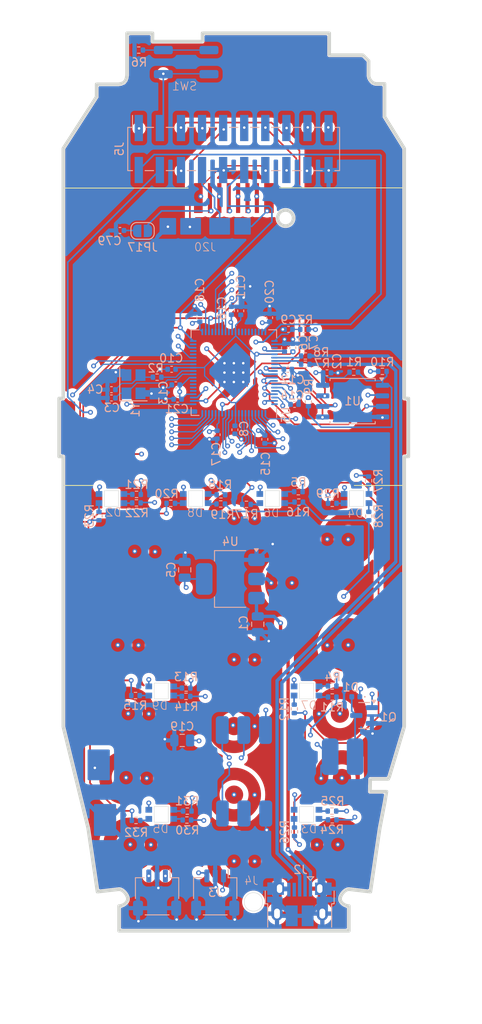
<source format=kicad_pcb>
(kicad_pcb (version 20240108) (generator "pcbnew") (generator_version "8.0")
  (layers (0 "F.Cu" signal) (1 "In1.Cu" signal) (2 "In2.Cu" signal) (31 "B.Cu" signal) (34 "B.Paste" user) (35 "F.Paste" user) (36 "B.SilkS" user "B.Silkscreen") (37 "F.SilkS" user "F.Silkscreen") (38 "B.Mask" user) (39 "F.Mask" user) (44 "Edge.Cuts" user))
  (net 0 "")
  (net 1 "VBUS")
  (net 2 "/XIN")
  (net 3 "Net-(C4-Pad1)")
  (net 4 "+1V1")
  (net 5 "Net-(J1-Pin_7)")
  (net 6 "/VREG_AVDD")
  (net 7 "/FLASH_SS")
  (net 8 "GND")
  (net 9 "+3V3")
  (net 10 "/USB_D+")
  (net 12 "/USB_D-")
  (net 13 "/SWCLK")
  (net 14 "/SWD")
  (net 16 "Net-(R6-Pad1)")
  (net 17 "/XOUT")
  (net 18 "/QSPI_SS")
  (net 19 "Net-(U5-USB_DP)")
  (net 20 "Net-(U5-USB_DM)")
  (net 21 "/RUN")
  (net 22 "/GPIO26")
  (net 23 "/GPIO25")
  (net 24 "/QSPI_SD1")
  (net 25 "/GPIO39")
  (net 26 "/GPIO7")
  (net 27 "/GPIO30")
  (net 28 "/GPIO28")
  (net 29 "/GPIO0")
  (net 30 "/GPIO45_ADC5")
  (net 31 "/GPIO5")
  (net 32 "/GPIO14")
  (net 33 "/GPIO10")
  (net 34 "/QSPI_SCLK")
  (net 35 "/GPIO1")
  (net 36 "/GPIO19")
  (net 37 "/GPIO9")
  (net 38 "/GPIO4")
  (net 39 "/GPIO20")
  (net 40 "/GPIO18")
  (net 41 "/GPIO47_ADC7")
  (net 42 "/GPIO35")
  (net 43 "/GPIO15")
  (net 44 "/GPIO11")
  (net 45 "/GPIO22")
  (net 46 "/GPIO24")
  (net 47 "/VREG_LX")
  (net 48 "/GPIO33")
  (net 49 "/GPIO46_ADC6")
  (net 50 "/GPIO41_ADC1")
  (net 51 "/GPIO27")
  (net 52 "/GPIO44_ADC4")
  (net 53 "/GPIO21")
  (net 54 "/GPIO8")
  (net 55 "/QSPI_SD2")
  (net 56 "/GPIO23")
  (net 57 "/QSPI_SD3")
  (net 58 "/GPIO3")
  (net 59 "/GPIO42_ADC2")
  (net 60 "/QSPI_SD0")
  (net 61 "/GPIO6")
  (net 62 "/GPIO38")
  (net 63 "/GPIO2")
  (net 64 "/GPIO37")
  (net 65 "/GPIO16")
  (net 66 "/GPIO17")
  (net 67 "/GPIO13")
  (net 68 "/GPIO34")
  (net 69 "/GPIO36")
  (net 70 "/GPIO31")
  (net 71 "/GPIO43_ADC3")
  (net 72 "/GPIO40_ADC0")
  (net 73 "/GPIO29")
  (net 74 "/GPIO12")
  (net 75 "/GPIO32")
  (net 76 "Net-(JP17-B)")
  (net 77 "Net-(D1-A)")
  (net 78 "Net-(D2-Pad1)")
  (net 79 "Net-(D2-BK)")
  (net 80 "Net-(D2-GK)")
  (net 81 "Net-(D3-GK)")
  (net 82 "Net-(D3-BK)")
  (net 83 "Net-(D3-RK)")
  (net 84 "Net-(D4-BK)")
  (net 85 "Net-(D4-RK)")
  (net 86 "Net-(D4-GK)")
  (net 87 "Net-(D5-GK)")
  (net 88 "Net-(D5-RK)")
  (net 89 "Net-(D5-BK)")
  (net 90 "Net-(D6-GK)")
  (net 91 "Net-(D6-BK)")
  (net 92 "Net-(D6-RK)")
  (net 93 "Net-(D7-BK)")
  (net 94 "Net-(D7-RK)")
  (net 95 "Net-(D7-GK)")
  (net 96 "Net-(D8-BK)")
  (net 97 "Net-(D8-GK)")
  (net 98 "Net-(D8-RK)")
  (net 99 "Net-(D9-BK)")
  (net 100 "Net-(D9-RK)")
  (net 101 "Net-(D9-GK)")
  (net 102 "Net-(J20-Pin_3)")
  (net 103 "Net-(J20-Pin_2)")
  (footprint "Jumper:ButtonPads" (layer "F.Cu") (at 56.77 84.775)
    (property "Reference" "KPUP1" (hide yes))
    (property "Value" "Jumper_2_Open")
  )
  (footprint "Jumper:ButtonPads" (layer "F.Cu") (at 50 90)
    (property "Reference" "KPDOWN1" (hide yes))
    (property "Value" "Jumper_2_Open")
  )
  (footprint "Jumper:ButtonPads" (layer "F.Cu") (at 30.02 113.427384)
    (property "Reference" "KP7" (hide yes))
    (property "Value" "Jumper_2_Open" (hide yes))
  )
  (footprint "Jumper:ButtonPads" (layer "F.Cu") (at 43.02 115.475)
    (property "Reference" "KP8" (hide yes))
    (property "Value" "Jumper_2_Open")
  )
  (footprint "Jumper:ButtonPads" (layer "F.Cu") (at 31.05 86.2)
    (property "Reference" "KPC1" (hide yes))
    (property "Value" "C")
  )
  (footprint "Jumper:ButtonPads" (layer "F.Cu") (at 30.52 121.475)
    (property "Reference" "KP*1" (hide yes))
    (property "Value" "Jumper_2_Open")
  )
  (footprint "Jumper:ButtonPads" (layer "F.Cu") (at 43.02 82.25)
    (property "Reference" "KPSELECT1" (hide yes))
    (property "Value" "Jumper_2_Open")
  )
  (footprint "Jumper:ButtonPads" (layer "F.Cu") (at 56.77 97.475)
    (property "Reference" "KP3" (hide yes))
    (property "Value" "3")
  )
  (footprint "Jumper:ButtonPads" (layer "F.Cu") (at 43.02 107.225)
    (property "Reference" "KP5" (hide yes))
    (property "Value" "Jumper_2_Open")
  )
  (footprint "Connector:screen" (layer "F.Cu") (at 42.695 45.7)
    (property "Reference" "J1" (hide yes))
    (property "Value" "Conn_01x07" (hide yes))
  )
  (footprint "Jumper:ButtonPads" (layer "F.Cu") (at 43.02 99.225)
    (property "Reference" "KP2" (hide yes))
    (property "Value" "Jumper_2_Open")
  )
  (footprint "Jumper:ButtonPads" (layer "F.Cu") (at 55.77 105.725)
    (property "Reference" "KP6" (hide yes))
    (property "Value" "Jumper_2_Open" (hide yes))
  )
  (footprint "Jumper:ButtonPads" (layer "F.Cu") (at 56.02 113.475)
    (property "Reference" "KP9" (hide yes))
    (property "Value" "Jumper_2_Open")
  )
  (footprint "Jumper:ButtonPads" (layer "F.Cu") (at 29.02 97.475)
    (property "Reference" "KP1" (hide yes))
    (property "Value" "Jumper_2_Open")
  )
  (footprint "Jumper:ButtonPads" (layer "F.Cu") (at 43.02 123.475)
    (property "Reference" "KP0" (hide yes))
    (property "Value" "Jumper_2_Open" (hide yes))
  )
  (footprint "Jumper:ButtonPads" (layer "F.Cu") (at 30.27 105.725)
    (property "Reference" "KP4" (hide yes))
    (property "Value" "Jumper_2_Open")
  )
  (footprint "Jumper:ButtonPads" (layer "F.Cu") (at 55.52 121.475)
    (property "Reference" "KP#1" (hide yes))
    (property "Value" "Jumper_2_Open" (hide yes))
  )
  (footprint "Capacitor_SMD:C_0805_2012Metric" (layer "B.Cu") (at 36.575 83.925 90)
    (property "Reference" "C5")
    (property "Value" "10u")
  )
  (footprint "Package_SO:SOIC-8_5.23x5.23mm_P1.27mm" (layer "B.Cu") (at 56.8 63.63 180)
    (property "Reference" "U1")
    (property "Value" "W25Q128JVS")
  )
  (footprint "Resistor_SMD:R_0402_1005Metric" (layer "B.Cu") (at 50.265 74.525)
    (property "Reference" "R5")
    (property "Value" "140")
  )
  (footprint "Resistor_SMD:R_0402_1005Metric" (layer "B.Cu") (at 31.035 21.4 180)
    (property "Reference" "R6")
    (property "Value" "1k")
  )
  (footprint "Connector_JST:JST_SH_SM03B-SRSS-TB_1x03-1MP_P1.00mm_Horizontal" (layer "B.Cu") (at 40.25 122.75 180)
    (property "Reference" "J3")
    (property "Value" "SM03B-SRSS-TB")
  )
  (footprint "Connector_JST:JST_SH_SM03B-SRSS-TB_1x03-1MP_P1.00mm_Horizontal" (layer "B.Cu") (at 33.25 122.75 180)
    (property "Reference" "J6" (hide yes))
    (property "Value" "SM03B-SRSS-TB")
  )
  (footprint "Capacitor_SMD:C_0402_1005Metric" (layer "B.Cu") (at 49 59.8)
    (property "Reference" "C12")
    (property "Value" "100n")
  )
  (footprint "Resistor_SMD:R_0402_1005Metric" (layer "B.Cu") (at 50.315 75.775 180)
    (property "Reference" "R16")
    (property "Value" "90")
  )
  (footprint "Resistor_SMD:R_0402_1005Metric" (layer "B.Cu") (at 36.89 112.95)
    (property "Reference" "R30")
    (property "Value" "140")
  )
  (footprint "Resistor_SMD:R_0402_1005Metric" (layer "B.Cu") (at 54.35 114 180)
    (property "Reference" "R25")
    (property "Value" "90")
  )
  (footprint "Resistor_SMD:R_0402_1005Metric" (layer "B.Cu") (at 60.39 60.05)
    (property "Reference" "R10")
    (property "Value" "0")
  )
  (footprint "Resistor_SMD:R_0402_1005Metric" (layer "B.Cu") (at 30.71 114.075)
    (property "Reference" "R32")
    (property "Value" "90")
  )
  (footprint "LED_SMD:RGBLED-reverse" (layer "B.Cu") (at 51.55 115.8875 180)
    (property "Reference" "D3")
    (property "Value" "LED_ARGB")
  )
  (footprint "Capacitor_SMD:C_0402_1005Metric" (layer "B.Cu") (at 38.4 53.6 90)
    (property "Reference" "C18")
    (property "Value" "100n")
  )
  (footprint "Package_TO_SOT_SMD:SOT-23" (layer "B.Cu") (at 58.1875 101.45 180)
    (property "Reference" "Q1")
    (property "Value" "BC847")
  )
  (footprint "Capacitor_SMD:C_0402_1005Metric" (layer "B.Cu") (at 43.325 52.77 90)
    (property "Reference" "C11")
    (property "Value" "100n")
  )
  (footprint "Resistor_SMD:R_0402_1005Metric" (layer "B.Cu") (at 54.34 97.9)
    (property "Reference" "R4")
    (property "Value" "140")
  )
  (footprint "Resistor_SMD:R_0402_1005Metric" (layer "B.Cu") (at 51.11 59.2 180)
    (property "Reference" "R7")
    (property "Value" "27")
  )
  (footprint "Capacitor_SMD:C_0402_1005Metric" (layer "B.Cu") (at 42.2 52.755 90)
    (property "Reference" "C16")
    (property "Value" "100n")
  )
  (footprint "Capacitor_SMD:C_0805_2012Metric" (layer "B.Cu") (at 45.375 90.475 -90)
    (property "Reference" "C1")
    (property "Value" "10u")
  )
  (footprint "Audio_Module:buzzer" (layer "B.Cu") (at 26.678713 118.3 180)
    (property "Reference" "LS2" (hide yes))
    (property "Value" "Buzzer")
  )
  (footprint "Resistor_SMD:R_0402_1005Metric" (layer "B.Cu") (at 54.35 99.225 180)
    (property "Reference" "R11")
    (property "Value" "90")
  )
  (footprint "Capacitor_SMD:C_0402_1005Metric" (layer "B.Cu") (at 28.775 43.1)
    (property "Reference" "C79")
    (property "Value" "100nF")
  )
  (footprint "RP2350_80QFN_minimal:RP2350-QFN-80-1EP_10x10_P0.4mm_EP3.4x3.4mm_ThermalVias" (layer "B.Cu") (at 42.4965 60.2 90)
    (property "Reference" "U5")
    (property "Value" "RP2350_80QFN")
  )
  (footprint "LED_SMD:RGBLED-reverse" (layer "B.Cu") (at 34.05 115.8875 180)
    (property "Reference" "D5")
    (property "Value" "LED_ARGB")
  )
  (footprint "LED_SMD:RGBLED-reverse" (layer "B.Cu") (at 47.425 77.9 180)
    (property "Reference" "D6")
    (property "Value" "LED_ARGB")
  )
  (footprint "LED_SMD:RGBLED-reverse" (layer "B.Cu") (at 51.55 101.05 180)
    (property "Reference" "D7")
    (property "Value" "LED_ARGB")
  )
  (footprint "LED_SMD:RGBLED-reverse" (layer "B.Cu") (at 34.05 101.05 180)
    (property "Reference" "D9")
    (property "Value" "LED_ARGB")
  )
  (footprint "Battery:battery" (layer "B.Cu") (at 39.038102 45.1 180)
    (property "Reference" "J20")
    (property "Value" "Conn_01x04_Pin")
  )
  (footprint "Resistor_SMD:R_0402_1005Metric" (layer "B.Cu") (at 40.915 76 180)
    (property "Reference" "R19")
    (property "Value" "90")
  )
  (footprint "Resistor_SMD:R_0402_1005Metric" (layer "B.Cu") (at 34.9 75.925)
    (property "Reference" "R20")
    (property "Value" "90")
  )
  (footprint "Capacitor_SMD:C_0402_1005Metric" (layer "B.Cu") (at 49.805 64.025)
    (property "Reference" "C14")
    (property "Value" "100n")
  )
  (footprint "LED_SMD:RGBLED-reverse" (layer "B.Cu") (at 38.2 77.9 180)
    (property "Reference" "D8")
    (property "Value" "LED_ARGB")
  )
  (footprint "Capacitor_SMD:C_0402_1005Metric" (layer "B.Cu") (at 49.08 55 180)
    (property "Reference" "C9")
    (property "Value" "4.7u")
  )
  (footprint "Resistor_SMD:R_0402_1005Metric" (layer "B.Cu") (at 49.775 100.65 90)
    (property "Reference" "R12")
    (property "Value" "90")
  )
  (footprint "Capacitor_SMD:C_0402_1005Metric" (layer "B.Cu") (at 53.72 60.225)
    (property "Reference" "C2")
    (property "Value" "100n")
  )
  (footprint "Resistor_SMD:R_0402_1005Metric" (layer "B.Cu") (at 40.94 74.9)
    (property "Reference" "R18")
    (property "Value" "140")
  )
  (footprint "Capacitor_SMD:C_0402_1005Metric" (layer "B.Cu") (at 48.6 57.2 90)
    (property "Reference" "C6")
    (property "Value" "4.7u")
  )
  (footprint "Resistor_SMD:R_0402_1005Metric" (layer "B.Cu") (at 36.75 98.15)
    (property "Reference" "R13")
    (property "Value" "140")
  )
  (footprint "Jumper:SolderJumper-2_P1.3mm_Open_RoundedPad1.0x1.5mm" (layer "B.Cu") (at 31.5 43.15 180)
    (property "Reference" "JP17")
    (property "Value" "SolderJumper_2_Open")
  )
  (footprint "Capacitor_SMD:C_0402_1005Metric" (layer "B.Cu") (at 35.72 63.4 180)
    (property "Reference" "C21")
    (property "Value" "100n")
  )
  (footprint "Resistor_SMD:R_0402_1005Metric" (layer "B.Cu") (at 51.475 63.735 -90)
    (property "Reference" "R9")
    (property "Value" "DNF")
  )
  (footprint "Capacitor_SMD:C_0402_1005Metric" (layer "B.Cu") (at 40.475 67.67 -90)
    (property "Reference" "C17")
    (property "Value" "100n")
  )
  (footprint "Resistor_SMD:R_0402_1005Metric" (layer "B.Cu") (at 58.75 77.46 90)
    (property "Reference" "R28")
    (property "Value" "90")
  )
  (footprint "Button_Switch_SMD:power switch" (layer "B.Cu") (at 36.5 27.8 180)
    (property "Reference" "SW1")
    (property "Value" "SW_Push")
  )
  (footprint "Capacitor_SMD:C_0402_1005Metric" (layer "B.Cu") (at 27.75 62.25 180)
    (property "Reference" "C4")
    (property "Value" "15p")
  )
  (footprint "Resistor_SMD:R_0402_1005Metric" (layer "B.Cu") (at 30.65 99.05)
    (property "Reference" "R15")
    (property "Value" "90")
  )
  (footprint "Capacitor_SMD:C_0402_1005Metric" (layer "B.Cu") (at 27.75 63.25 180)
    (property "Reference" "C3")
    (property "Value" "15p")
  )
  (footprint "Resistor_SMD:R_0402_1005Metric" (layer "B.Cu") (at 33.25 60.75 180)
    (property "Reference" "R2")
    (property "Value" "1k")
  )
  (footprint "Package_TO_SOT_SMD:SOT-223-3_TabPin2" (layer "B.Cu") (at 42.075 85.025 180)
    (property "Reference" "U4")
    (property "Value" "NCP1117-3.3_SOT223")
  )
  (footprint "Capacitor_SMD:C_0402_1005Metric" (layer "B.Cu") (at 35.5 61.675 180)
    (property "Reference" "C13")
    (property "Value" "100n")
  )
  (footprint "Resistor_SMD:R_0402_1005Metric" (layer "B.Cu") (at 36.735 99.15 180)
    (property "Reference" "R14")
    (property "Value" "90")
  )
  (footprint "Connector:sim connector connector" (layer "B.Cu") (at 43.719 121.8715 180)
    (property "Reference" "J4")
    (property "Value" "Conn_01x06_Pin")
  )
  (footprint "Capacitor_SMD:C_0402_1005Metric" (layer "B.Cu") (at 46.8 53.6 90)
    (property "Reference" "C20")
    (property "Value" "100n")
  )
  (footprint "LED_SMD:RGBLED-reverse" (layer "B.Cu") (at 57.575 77.9 180)
    (property "Reference" "D4")
    (property "Value" "LED_ARGB")
  )
  (footprint "Capacitor_SMD:C_0402_1005Metric" (layer "B.Cu") (at 49.6 57.2 90)
    (property "Reference" "C7")
    (property "Value" "4.7u")
  )
  (footprint "Resistor_SMD:R_0402_1005Metric" (layer "B.Cu") (at 51.11 58.2 180)
    (property "Reference" "R8")
    (property "Value" "27")
  )
  (footprint "Resistor_SMD:R_0402_1005Metric" (layer "B.Cu") (at 58.725 73.21 90)
    (property "Reference" "R27")
    (property "Value" "140")
  )
  (footprint "Capacitor_SMD:C_0402_1005Metric" (layer "B.Cu") (at 35 59.8 180)
    (property "Reference" "C10")
    (property "Value" "4.7u")
  )
  (footprint "Resistor_SMD:R_0402_1005Metric" (layer "B.Cu") (at 51 55 180)
    (property "Reference" "R3")
    (property "Value" "33")
  )
  (footprint "Resistor_SMD:R_0402_1005Metric" (layer "B.Cu") (at 49.8 115.435 90)
    (property "Reference" "R26")
    (property "Value" "90")
  )
  (footprint "Connector_PinHeader_2.54mm:PinHeader_2x10_P2.54mm_Vertical_SMD" (layer "B.Cu") (at 42.475 33.3 -90)
    (property "Reference" "J5")
    (property "Value" "Conn_02x10_Top_Bottom")
  )
  (footprint "Motors:vibrator" (layer "B.Cu") (at 55.6 113.6 180)
    (property "Reference" "M1" (hide yes))
    (property "Value" "Vibration")
  )
  (footprint "Resistor_SMD:R_0402_1005Metric" (layer "B.Cu") (at 54.35 75.925)
    (property "Reference" "R29")
    (property "Value" "90")
  )
  (footprint "Resistor_SMD:R_0402_1005Metric" (layer "B.Cu") (at 56.94 60.15)
    (property "Reference" "R1")
    (property "Value" "DNF")
  )
  (footprint "Connector_USB:USB_Micro-B_Amphenol_10103594-0001LF_Horizontal" (layer "B.Cu") (at 50.4 124.165 180)
    (property "Reference" "J2")
    (property "Value" "USB_B_Micro")
  )
  (footprint "Capacitor_SMD:C_0805_2012Metric" (layer "B.Cu") (at 36.275 104.45 180)
    (property "Reference" "C19")
    (property "Value" "10u")
  )
  (footprint "Resistor_SMD:R_0402_1005Metric" (layer "B.Cu") (at 54.315 112.95)
    (property "Reference" "R24")
    (property "Value" "140")
  )
  (footprint "Resistor_SMD:R_0402_1005Metric" (layer "B.Cu") (at 26.25 77.45 90)
    (property "Reference" "R23")
    (property "Value" "90")
  )
  (footprint "Capacitor_SMD:C_0402_1005Metric" (layer "B.Cu") (at 46.225 68.225 -90)
    (property "Reference" "C15")
    (property "Value" "100n")
  )
  (footprint "Diode_SMD:D_0402_1005Metric" (layer "B.Cu") (at 57.185 99.2 180)
    (property "Reference" "D1")
    (property "Value" "D")
  )
  (footprint "Resistor_SMD:R_0402_1005Metric" (layer "B.Cu") (at 44.015 76.05)
    (property "Reference" "R17")
    (property "Value" "90")
  )
  (footprint "Resistor_SMD:R_0402_1005Metric" (layer "B.Cu") (at 30.775 74.85)
    (property "Reference" "R21")
    (property "Value" "140")
  )
  (footprint "Resistor_SMD:R_0402_1005Metric" (layer "B.Cu") (at 30.76 75.875 180)
    (property "Reference" "R22")
    (property "Value" "90")
  )
  (footprint "LED_SMD:RGBLED-reverse" (layer "B.Cu") (at 28.05 77.9 180)
    (property "Reference" "D2")
    (property "Value" "LED_ARGB")
  )
  (footprint "Crystal:Crystal_SMD_3225-4Pin_3.2x2.5mm" (layer "B.Cu") (at 30.4 61.6 90)
    (property "Reference" "Y1")
    (property "Value" "ABM8-272-T3")
  )
  (footprint "Resistor_SMD:R_0402_1005Metric" (layer "B.Cu") (at 36.84 114.025 180)
    (property "Reference" "R31")
    (property "Value" "90")
  )
  (footprint "Capacitor_SMD:C_0402_1005Metric" (layer "B.Cu") (at 42.625 67.08 -90)
    (property "Reference" "C8")
    (property "Value" "100n")
  )
  (gr_line (start 62.825 73.775) (end 57 73.775) (stroke (width 0.1)) (layer "F.SilkS"))
  (gr_line (start 22.175 73.775) (end 25.5 73.775) (stroke (width 0.1)) (layer "F.SilkS"))
  (gr_line (start 62.775 37.975) (end 48 37.975) (stroke (width 0.1)) (layer "F.SilkS"))
  (gr_line (start 22.15 38) (end 37 38) (stroke (width 0.1)) (layer "F.SilkS"))
  (gr_rect (start 32.9 112.4) (end 34.6 114.3) (stroke (width 0.05)) (fill none) (layer "Edge.Cuts"))
  (gr_circle (center 44.858098 123.875) (end 44.2 124.775) (stroke (width 0.05)) (fill none) (layer "Edge.Cuts"))
  (gr_rect (start 32.9 97.55) (end 34.6 99.45) (stroke (width 0.05)) (fill none) (layer "Edge.Cuts"))
  (gr_rect (start 46.275 74.4) (end 47.975 76.3) (stroke (width 0.05)) (fill none) (layer "Edge.Cuts"))
  (gr_rect (start 50.4 97.55) (end 52.1 99.45) (stroke (width 0.05)) (fill none) (layer "Edge.Cuts"))
  (gr_rect (start 50.4 112.4) (end 52.1 114.3) (stroke (width 0.05)) (fill none) (layer "Edge.Cuts"))
  (gr_poly (pts (xy 54 22) (xy 55.9 22) (xy 58.0436 22) (xy 58.743594 22.7) (xy 58.743564 24.5) (xy 58.8 24.75) (xy 58.9 24.95) (xy 59.05 25.15) (xy 59.2 25.3) (xy 59.4 25.4) (xy 59.6 25.45) (xy 59.75 25.45) (xy 59.95 25.45) (xy 60.663401 25.45) (xy 60.663401 29.422756) (xy 62.773526 32.816461) (xy 63.036104 33.238764) (xy 63.036104 63.3) (xy 63.536104 63.3) (xy 63.536104 70.3) (xy 63.036104 70.3) (xy 63.036104 102.80077) (xy 61.236332 108.795765) (xy 61.1 109.095765) (xy 58.941041 109.095765) (xy 58.9 110.6) (xy 60.9 110.6) (xy 60.686364 111.897377) (xy 60.092057 114.987095) (xy 58.959118 122.661754) (xy 56.359467 122.361759) (xy 56.315146 122.363722) (xy 56.270299 122.369508) (xy 56.225053 122.378955) (xy 56.179534 122.3919) (xy 56.13387 122.408179) (xy 56.088187 122.427628) (xy 56.042611 122.450086) (xy 55.997271 122.475387) (xy 55.952291 122.503371) (xy 55.9078 122.533872) (xy 55.82079 122.601776) (xy 55.737254 122.677794) (xy 55.658206 122.76062) (xy 55.58466 122.848949) (xy 55.517631 122.941474) (xy 55.458133 123.03689) (xy 55.40718 123.133892) (xy 55.365786 123.231173) (xy 55.348991 123.279511) (xy 55.334966 123.327429) (xy 55.323837 123.374764) (xy 55.315733 123.421352) (xy 55.310779 123.467032) (xy 55.309102 123.511638) (xy 55.310804 123.555366) (xy 55.315781 123.598519) (xy 55.323907 123.641044) (xy 55.335055 123.682887) (xy 55.349097 123.723995) (xy 55.365908 123.764315) (xy 55.38536 123.803794) (xy 55.407327 123.842377) (xy 55.431682 123.880012) (xy 55.458298 123.916646) (xy 55.487049 123.952224) (xy 55.517807 123.986694) (xy 55.584841 124.052096) (xy 55.658386 124.112425) (xy 55.737427 124.167253) (xy 55.820952 124.216155) (xy 55.907945 124.258703) (xy 55.997394 124.29447) (xy 56.088285 124.323031) (xy 56.179603 124.343957) (xy 56.270335 124.356823) (xy 56.315164 124.3601) (xy 56.359467 124.361202) (xy 56.359467 127.36153) (xy 45.659344 127.36153) (xy 43.65947 127.36153) (xy 28.659352 127.36153) (xy 28.659352 124.361202) (xy 28.703653 124.360101) (xy 28.748477 124.356825) (xy 28.793697 124.351426) (xy 28.839189 124.34396) (xy 28.884824 124.334477) (xy 28.930476 124.323034) (xy 28.976019 124.309681) (xy 29.021327 124.294473) (xy 29.066272 124.277464) (xy 29.110729 124.258706) (xy 29.15457 124.238253) (xy 29.19767 124.216158) (xy 29.239902 124.192475) (xy 29.281139 124.167256) (xy 29.321255 124.140556) (xy 29.360123 124.112428) (xy 29.397617 124.082924) (xy 29.43361 124.052099) (xy 29.467976 124.020005) (xy 29.500589 123.986696) (xy 29.531321 123.952226) (xy 29.560046 123.916647) (xy 29.586638 123.880013) (xy 29.610971 123.842378) (xy 29.632917 123.803795) (xy 29.652351 123.764316) (xy 29.669145 123.723996) (xy 29.683174 123.682887) (xy 29.69431 123.641044) (xy 29.702428 123.598519) (xy 29.707401 123.555366) (xy 29.709101 123.511638) (xy 29.707426 123.467032) (xy 29.702477 123.421352) (xy 29.694381 123.374764) (xy 29.683264 123.327429) (xy 29.669253 123.279511) (xy 29.652474 123.231173) (xy 29.633054 123.182579) (xy 29.611119 123.133892) (xy 29.586797 123.085275) (xy 29.560213 123.03689) (xy 29.500767 122.941474) (xy 29.433793 122.848949) (xy 29.360305 122.76062) (xy 29.281315 122.677794) (xy 29.197834 122.601776) (xy 29.154726 122.566728) (xy 29.110876 122.533872) (xy 29.066409 122.503371) (xy 29.021452 122.475387) (xy 28.976132 122.450086) (xy 28.930575 122.427628) (xy 28.884909 122.408179) (xy 28.839258 122.3919) (xy 28.793751 122.378955) (xy 28.748513 122.369508) (xy 28.703671 122.363722) (xy 28.659352 122.361759) (xy 26.0581 122.661754) (xy 24.926762 114.987095) (xy 21.938102 102.800274) (xy 21.938102 70.3) (xy 21.438102 70.3) (xy 21.438102 63.3) (xy 21.938102 63.3) (xy 21.938102 33.238853) (xy 25.946323 27.029904) (xy 25.946323 25.500764) (xy 28.6 25.500764) (xy 28.9 25.45) (xy 29.25 25.3) (xy 29.45 25.05) (xy 29.55 24.8) (xy 29.620101 24.4) (xy 29.620101 19.361414) (xy 32.71 19.361414) (xy 32.71 20.361414) (xy 38.71 20.361414) (xy 38.71 19.361414) (xy 54 19.361414)) (stroke (width 0.399999)) (fill none) (layer "Edge.Cuts"))
  (gr_rect (start 26.9 74.4) (end 28.6 76.3) (stroke (width 0.05)) (fill none) (layer "Edge.Cuts"))
  (gr_rect (start 37.05 74.4) (end 38.75 76.3) (stroke (width 0.05)) (fill none) (layer "Edge.Cuts"))
  (gr_rect (start 56.425 74.4) (end 58.125 76.3) (stroke (width 0.05)) (fill none) (layer "Edge.Cuts"))
  (gr_poly (pts (xy 48.676116 40.654776) (xy 48.629322 40.65825) (xy 48.582927 40.664007) (xy 48.537006 40.672013) (xy 48.491639 40.682237) (xy 48.446902 40.694645) (xy 48.402875 40.709207) (xy 48.359634 40.725889) (xy 48.317259 40.744659) (xy 48.275826 40.765485) (xy 48.235413 40.788336) (xy 48.196099 40.813177) (xy 48.157961 40.839978) (xy 48.121077 40.868707) (xy 48.085526 40.89933) (xy 48.051384 40.931815) (xy 48.018894 40.965952) (xy 47.988266 41.001498) (xy 47.959532 41.038377) (xy 47.932726 41.076509) (xy 47.907878 41.115817) (xy 47.885022 41.156222) (xy 47.86419 41.197646) (xy 47.845413 41.240011) (xy 47.828725 41.283239) (xy 47.814157 41.327252) (xy 47.801741 41.371971) (xy 47.791511 41.417318) (xy 47.783498 41.463216) (xy 47.777734 41.509586) (xy 47.774252 41.556349) (xy 47.773085 41.603429) (xy 47.774237 41.650558) (xy 47.777705 41.697368) (xy 47.783456 41.743781) (xy 47.791459 41.789718) (xy 47.801681 41.835102) (xy 47.814089 41.879855) (xy 47.828651 41.923898) (xy 47.845336 41.967155) (xy 47.86411 42.009546) (xy 47.884942 42.050994) (xy 47.9078 42.091421) (xy 47.93265 42.130749) (xy 47.959461 42.168899) (xy 47.9882 42.205795) (xy 48.018835 42.241358) (xy 48.051334 42.27551) (xy 48.085486 42.308009) (xy 48.121048 42.338644) (xy 48.157944 42.367383) (xy 48.196094 42.394193) (xy 48.235422 42.419043) (xy 48.275849 42.4419) (xy 48.317297 42.462732) (xy 48.359688 42.481507) (xy 48.402944 42.498191) (xy 48.446987 42.512754) (xy 48.49174 42.525162) (xy 48.537124 42.535383) (xy 48.583061 42.543386) (xy 48.629473 42.549137) (xy 48.676283 42.552605) (xy 48.723412 42.553758) (xy 48.770524 42.552581) (xy 48.817316 42.54909) (xy 48.86371 42.543318) (xy 48.909628 42.535296) (xy 48.954992 42.525057) (xy 48.999724 42.512633) (xy 49.043746 42.498056) (xy 49.086981 42.481359) (xy 49.12935 42.462574) (xy 49.170776 42.441734) (xy 49.21118 42.418869) (xy 49.250486 42.394014) (xy 49.288614 42.3672) (xy 49.325488 42.338459) (xy 49.361029 42.307824) (xy 49.395159 42.275327) (xy 49.427637 42.241179) (xy 49.458253 42.205621) (xy 49.486974 42.168732) (xy 49.513767 42.130589) (xy 49.538601 42.09127) (xy 49.561444 42.050854) (xy 49.582262 42.009417) (xy 49.601024 41.967037) (xy 49.617697 41.923794) (xy 49.63225 41.879764) (xy 49.64465 41.835025) (xy 49.654865 41.789656) (xy 49.662862 41.743733) (xy 49.66861 41.697336) (xy 49.672076 41.650542) (xy 49.673227 41.603429) (xy 49.671982 41.554556) (xy 49.668306 41.506324) (xy 49.662259 41.458794) (xy 49.653899 41.412025) (xy 49.643288 41.366076) (xy 49.630484 41.321008) (xy 49.615547 41.27688) (xy 49.598537 41.233751) (xy 49.579513 41.191682) (xy 49.558536 41.150731) (xy 49.535664 41.110959) (xy 49.510957 41.072425) (xy 49.484476 41.035189) (xy 49.456279 40.99931) (xy 49.426427 40.964849) (xy 49.394979 40.931864) (xy 49.361994 40.900415) (xy 49.327532 40.870563) (xy 49.291654 40.842366) (xy 49.254417 40.815885) (xy 49.215883 40.791178) (xy 49.176111 40.768307) (xy 49.135161 40.747329) (xy 49.093091 40.728306) (xy 49.049963 40.711295) (xy 49.005834 40.696359) (xy 48.960766 40.683555) (xy 48.914818 40.672943) (xy 48.868048 40.664584) (xy 48.820518 40.658536) (xy 48.772287 40.65486) (xy 48.723414 40.653615) (xy 48.723229 40.653615)) (stroke (width 0.399999)) (fill none) (layer "Edge.Cuts"))
  (segment (start 49.028455 92.503455) (end 48.125 91.6) (width 0.4) (layer "F.Cu") (net 1))
  (segment (start 49.028455 117.571545) (end 49.028455 92.503455) (width 0.4) (layer "F.Cu") (net 1))
  (segment (start 48.125 91.6) (end 48.125 90.325) (width 0.4) (layer "F.Cu") (net 1))
  (via (at 48.125 90.325) (size 0.6) (drill 0.3) (layers "F.Cu" "B.Cu") (net 1))
  (via (at 49.028455 117.571545) (size 0.6) (drill 0.3) (layers "F.Cu" "B.Cu") (net 1))
  (segment (start 47.325 89.525) (end 48.125 90.325) (width 0.4) (layer "B.Cu") (net 1))
  (segment (start 45.225 87.325) (end 45.225 89.375) (width 0.4) (layer "B.Cu") (net 1))
  (segment (start 45.375 89.525) (end 47.325 89.525) (width 0.4) (layer "B.Cu") (net 1))
  (segment (start 48.125 90.325) (end 48.175 90.325) (width 0.4) (layer "B.Cu") (net 1))
  (segment (start 48.175 90.325) (end 48.15 90.3) (width 0.4) (layer "B.Cu") (net 1))
  (segment (start 51.725 120.26809) (end 51.725 122.4) (width 0.4) (layer "B.Cu") (net 1))
  (segment (start 49.028455 117.571545) (end 51.725 120.26809) (width 0.4) (layer "B.Cu") (net 1))
  (segment (start 36.31669 60.4) (end 35.63669 61.08) (width 0.15) (layer "B.Cu") (net 2))
  (segment (start 34.5 61.08) (end 34.125 61.455) (width 0.15) (layer "B.Cu") (net 2))
  (segment (start 35.63669 61.08) (end 34.5 61.08) (width 0.15) (layer "B.Cu") (net 2))
  (segment (start 28.78 62.7) (end 28.23 63.25) (width 0.15) (layer "B.Cu") (net 2))
  (segment (start 29.55 62.7) (end 28.78 62.7) (width 0.15) (layer "B.Cu") (net 2))
  (segment (start 34.125 61.455) (end 30.795 61.455) (width 0.15) (layer "B.Cu") (net 2))
  (segment (start 37.6 60.4) (end 36.31669 60.4) (width 0.15) (layer "B.Cu") (net 2))
  (segment (start 30.795 61.455) (end 29.55 62.7) (width 0.15) (layer "B.Cu") (net 2))
  (segment (start 28.98 61.5) (end 28.23 62.25) (width 0.15) (layer "B.Cu") (net 3))
  (segment (start 30.25 61.5) (end 31.25 60.5) (width 0.15) (layer "B.Cu") (net 3))
  (segment (start 32.74 60.75) (end 31.5 60.75) (width 0.15) (layer "B.Cu") (net 3))
  (segment (start 30.25 61.5) (end 28.98 61.5) (width 0.15) (layer "B.Cu") (net 3))
  (segment (start 49.625 57.7) (end 49.625 57.625) (width 0.15) (layer "F.Cu") (net 4))
  (segment (start 49.275 57.975) (end 49.55 57.7) (width 0.15) (layer "F.Cu") (net 4))
  (segment (start 45.25 57.975) (end 49.275 57.975) (width 0.15) (layer "F.Cu") (net 4))
  (segment (start 49.55 57.7) (end 49.625 57.7) (width 0.15) (layer "F.Cu") (net 4))
  (segment (start 49.625 57.625) (end 49.575 57.675) (width 0.15) (layer "F.Cu") (net 4))
  (via (at 49.625 57.7) (size 0.6) (drill 0.3) (layers "F.Cu" "B.Cu") (net 4))
  (via (at 45.25 57.975) (size 0.6) (drill 0.3) (layers "F.Cu" "B.Cu") (net 4))
  (segment (start 43.325 53.875) (end 43.325 53.25) (width 0.15) (layer "B.Cu") (net 4))
  (segment (start 42.6965 54.5035) (end 43.325 53.875) (width 0.15) (layer "B.Cu") (net 4))
  (segment (start 45.575 57.9) (end 45.675 58) (width 0.15) (layer "B.Cu") (net 4))
  (segment (start 42.6965 55.3035) (end 42.6965 54.5035) (width 0.15) (layer "B.Cu") (net 4))
  (segment (start 45.25 57.975) (end 45.275 58) (width 0.15) (layer "B.Cu") (net 4))
  (segment (start 38.974966 60.588464) (end 42.189751 63.803249) (width 0.15) (layer "B.Cu") (net 4))
  (segment (start 45.025 57.9) (end 45.575 57.9) (width 0.15) (layer "B.Cu") (net 4))
  (segment (start 42.7315 55.768432) (end 44.963068 58) (width 0.15) (layer "B.Cu") (net 4))
  (segment (start 38.974966 59.524966) (end 42.7315 55.768432) (width 0.15) (layer "B.Cu") (net 4))
  (segment (start 45.025 61.581498) (end 45.025 57.9) (width 0.15) (layer "B.Cu") (net 4))
  (segment (start 42.7315 55.768432) (end 42.7315 55.1) (width 0.15) (layer "B.Cu") (net 4))
  (segment (start 42.6965 63.909998) (end 42.803249 63.803249) (width 0.15) (layer "B.Cu") (net 4))
  (segment (start 42.6965 65.0965) (end 42.6965 63.909998) (width 0.15) (layer "B.Cu") (net 4))
  (segment (start 35.48 59.8) (end 35.68 59.6) (width 0.15) (layer "B.Cu") (net 4))
  (segment (start 38.974966 59.524966) (end 38.974966 60.588464) (width 0.15) (layer "B.Cu") (net 4))
  (segment (start 44.963068 58) (end 45.225 58) (width 0.15) (layer "B.Cu") (net 4))
  (segment (start 42.803249 63.803249) (end 45.025 61.581498) (width 0.15) (layer "B.Cu") (net 4))
  (segment (start 38.899932 59.6) (end 38.974966 59.524966) (width 0.15) (layer "B.Cu") (net 4))
  (segment (start 42.189751 63.803249) (end 42.803249 63.803249) (width 0.15) (layer "B.Cu") (net 4))
  (segment (start 35.68 59.6) (end 37.6 59.6) (width 0.15) (layer "B.Cu") (net 4))
  (segment (start 45.675 58) (end 47.393 58) (width 0.15) (layer "B.Cu") (net 4))
  (segment (start 45.225 58) (end 45.25 57.975) (width 0.15) (layer "B.Cu") (net 4))
  (segment (start 42.6965 65.0965) (end 42.6965 66.4965) (width 0.15) (layer "B.Cu") (net 4))
  (segment (start 45.275 58) (end 45.675 58) (width 0.15) (layer "B.Cu") (net 4))
  (segment (start 37.6 59.6) (end 38.899932 59.6) (width 0.15) (layer "B.Cu") (net 4))
  (via (at 39.75 40.75) (size 0.6) (drill 0.3) (layers "F.Cu" "B.Cu") (net 5))
  (segment (start 32.15 42.395) (end 33.795 40.75) (width 0.2) (layer "B.Cu") (net 5))
  (segment (start 33.795 40.75) (end 38.65 40.75) (width 0.2) (layer "B.Cu") (net 5))
  (segment (start 32.15 43.15) (end 32.15 42.395) (width 0.2) (layer "B.Cu") (net 5))
  (segment (start 39.75 40.75) (end 38.65 40.75) (width 0.15) (layer "B.Cu") (net 5))
  (segment (start 50.49 55) (end 49.56 55) (width 0.15) (layer "B.Cu") (net 6))
  (segment (start 48.228 55.565) (end 48.995 55.565) (width 0.15) (layer "B.Cu") (net 6))
  (segment (start 48.995 55.565) (end 49.56 55) (width 0.15) (layer "B.Cu") (net 6))
  (segment (start 47.393 56.4) (end 48.228 55.565) (width 0.15) (layer "B.Cu") (net 6))
  (segment (start 60.41 61.115) (end 60.9 60.625) (width 0.2) (layer "B.Cu") (net 7))
  (segment (start 57.45 60.15) (end 58.475 61.175) (width 0.2) (layer "B.Cu") (net 7))
  (segment (start 61.199999 61.725) (end 60.4 61.725) (width 0.2) (layer "B.Cu") (net 7))
  (segment (start 53.026628 66.773896) (end 61.476104 66.773896) (width 0.2) (layer "B.Cu") (net 7))
  (segment (start 51.475 64.245) (end 51.475 65.222268) (width 0.2) (layer "B.Cu") (net 7))
  (segment (start 61.5 62.025001) (end 61.199999 61.725) (width 0.2) (layer "B.Cu") (net 7))
  (segment (start 60.41 61.175) (end 60.41 61.115) (width 0.2) (layer "B.Cu") (net 7))
  (segment (start 60.9 60.625) (end 60.9 60.05) (width 0.2) (layer "B.Cu") (net 7))
  (segment (start 61.5 66.75) (end 61.5 62.025001) (width 0.2) (layer "B.Cu") (net 7))
  (segment (start 51.475 65.222268) (end 53.026628 66.773896) (width 0.2) (layer "B.Cu") (net 7))
  (segment (start 58.475 61.175) (end 60.41 61.175) (width 0.2) (layer "B.Cu") (net 7))
  (segment (start 60.41 61.175) (end 60.41 61.715) (width 0.2) (layer "B.Cu") (net 7))
  (segment (start 61.476104 66.773896) (end 61.5 66.75) (width 0.2) (layer "B.Cu") (net 7))
  (segment (start 35.255 43.355) (end 34.55 42.65) (width 0.4) (layer "F.Cu") (net 8))
  (segment (start 38.106666 43.355) (end 35.255 43.355) (width 0.4) (layer "F.Cu") (net 8))
  (segment (start 40.75 40.711666) (end 38.106666 43.355) (width 0.4) (layer "F.Cu") (net 8))
  (via (at 34.55 42.65) (size 0.6) (drill 0.3) (layers "F.Cu" "B.Cu") (net 8))
  (via (at 38 126) (size 0.6) (drill 0.3) (layers "F.Cu" "B.Cu") (net 8))
  (via (at 31 126.2) (size 0.6) (drill 0.3) (layers "F.Cu" "B.Cu") (net 8))
  (via (at 46.45 115.225) (size 0.6) (drill 0.3) (layers "F.Cu" "B.Cu") (net 8))
  (via (at 49.6 56.2) (size 0.6) (drill 0.3) (layers "F.Cu" "B.Cu") (net 8))
  (via (at 50.375 63.175) (size 0.6) (drill 0.3) (layers "F.Cu" "B.Cu") (net 8))
  (via (at 50.2 60.525) (size 0.6) (drill 0.3) (layers "F.Cu" "B.Cu") (net 8))
  (via (at 59.2 103.625) (size 0.6) (drill 0.3) (layers "F.Cu" "B.Cu") (net 8))
  (via (at 60.4 65.6) (size 0.6) (drill 0.3) (layers "F.Cu" "B.Cu") (net 8))
  (via (at 33.6 59.8) (size 0.6) (drill 0.3) (layers "F.Cu" "B.Cu") (net 8))
  (via (at 43.4 68.2) (size 0.6) (drill 0.3) (layers "F.Cu" "B.Cu") (net 8))
  (via (at 40.3125 122.1125) (size 0.6) (drill 0.3) (layers "F.Cu" "B.Cu") (net 8))
  (via (at 47.375 68.69) (size 0.6) (drill 0.3) (layers "F.Cu" "B.Cu") (net 8))
  (via (at 32.575 62.725) (size 0.6) (drill 0.3) (layers "F.Cu" "B.Cu") (net 8))
  (via (at 33.982352 62.01) (size 0.6) (drill 0.3) (layers "F.Cu" "B.Cu") (net 8))
  (via (at 43.675 51.175) (size 0.6) (drill 0.3) (layers "F.Cu" "B.Cu") (net 8))
  (via (at 44.461389 49.8235) (size 0.6) (drill 0.3) (layers "F.Cu" "B.Cu") (net 8))
  (via (at 47.175 80.825) (size 0.6) (drill 0.3) (layers "F.Cu" "B.Cu") (net 8))
  (via (at 48.6 56.2) (size 0.6) (drill 0.3) (layers "F.Cu" "B.Cu") (net 8))
  (via (at 35.6 126) (size 0.6) (drill 0.3) (layers "F.Cu" "B.Cu") (net 8))
  (via (at 39.55 68.225) (size 0.6) (drill 0.3) (layers "F.Cu" "B.Cu") (net 8))
  (via (at 33.4 122.2) (size 0.6) (drill 0.3) (layers "F.Cu" "B.Cu") (net 8))
  (via (at 34.275 63.325) (size 0.6) (drill 0.3) (layers "F.Cu" "B.Cu") (net 8))
  (via (at 53.925 35.875) (size 0.6) (drill 0.3) (layers "F.Cu" "B.Cu") (net 8))
  (via (at 48.4 55) (size 0.6) (drill 0.3) (layers "F.Cu" "B.Cu") (net 8))
  (via (at 46.8 52.2) (size 0.6) (drill 0.3) (layers "F.Cu" "B.Cu") (net 8))
  (via (at 42.6 126) (size 0.6) (drill 0.3) (layers "F.Cu" "B.Cu") (net 8))
  (via (at 40.75 39) (size 0.6) (drill 0.3) (layers "F.Cu" "B.Cu") (net 8))
  (via (at 36.65 81.85) (size 0.6) (drill 0.3) (layers "F.Cu" "B.Cu") (net 8))
  (via (at 37.750008 52.214283) (size 0.6) (drill 0.3) (layers "F.Cu" "B.Cu") (net 8))
  (via (at 34.175 104.3) (size 0.6) (drill 0.3) (layers "F.Cu" "B.Cu") (net 8))
  (via (at 41.275 35.875) (size 0.6) (drill 0.3) (layers "F.Cu" "B.Cu") (net 8))
  (via (at 28.275 60.15) (size 0.6) (drill 0.3) (layers "F.Cu" "B.Cu") (net 8))
  (via (at 55.025 60.225) (size 0.6) (drill 0.3) (layers "F.Cu" "B.Cu") (net 8))
  (via (at 46.7 92.5) (size 0.6) (drill 0.3) (layers "F.Cu" "B.Cu") (net 8))
  (segment (start 28.275 60.15) (end 29.2 60.15) (width 0.8) (layer "B.Cu") (net 8))
  (segment (start 47.393 56.8) (end 49.52 56.8) (width 0.2) (layer "B.Cu") (net 8))
  (segment (start 49.6 56.2) (end 49.6 56.72) (width 0.2) (layer "B.Cu") (net 8))
  (segment (start 28.295 43.1) (end 29.38 44.185) (width 0.2) (layer "B.Cu") (net 8))
  (segment (start 59.125 103.55) (end 59.2 103.625) (width 0.2) (layer "B.Cu") (net 8))
  (segment (start 32.953102 44.185) (end 34.488102 42.65) (width 0.2) (layer "B.Cu") (net 8))
  (segment (start 29.38 44.185) (end 32.953102 44.185) (width 0.2) (layer "B.Cu") (net 8))
  (segment (start 29.2 60.15) (end 29.55 60.5) (width 0.8) (layer "B.Cu") (net 8))
  (segment (start 51.425 125.55) (end 53.375 123.6) (width 0.5) (layer "B.Cu") (net 8))
  (segment (start 38.4 52.864275) (end 37.750008 52.214283) (width 0.4) (layer "B.Cu") (net 8))
  (segment (start 45.275 82.725) (end 47.175 80.825) (width 0.4) (layer "B.Cu") (net 8))
  (segment (start 42.479889 51.805) (end 42.2 51.805) (width 0.15) (layer "B.Cu") (net 8))
  (segment (start 39.55 68.225) (end 40.4 68.225) (width 0.2) (layer "B.Cu") (net 8))
  (segment (start 42.8 67.6) (end 43.4 68.2) (width 0.15) (layer "B.Cu") (net 8))
  (segment (start 30.95 126.15) (end 31 126.2) (width 0.2) (layer "B.Cu") (net 8))
  (segment (start 42.55 125.95) (end 42.6 126) (width 0.2) (layer "B.Cu") (net 8))
  (segment (start 34.685 62.01) (end 35.02 61.675) (width 0.2) (layer "B.Cu") (net 8))
  (segment (start 46.338 115.113) (end 46.45 115.225) (width 0.2) (layer "B.Cu") (net 8))
  (segment (start 30.95 124.625) (end 30.95 126.15) (width 0.2) (layer "B.Cu") (net 8))
  (segment (start 38.4 53.12) (end 38.4 52.864275) (width 0.4) (layer "B.Cu") (net 8))
  (segment (start 37.95 124.625) (end 37.95 125.95) (width 0.2) (layer "B.Cu") (net 8))
  (segment (start 42.805 51.479889) (end 42.479889 51.805) (width 0.15) (layer "B.Cu") (net 8))
  (segment (start 42.805 51.095) (end 42.805 51.479889) (width 0.15) (layer "B.Cu") (net 8))
  (segment (start 48.6 56.72) (end 49.6 56.72) (width 0.2) (layer "B.Cu") (net 8))
  (segment (start 46.338 113.243) (end 46.338 115.113) (width 0.2) (layer "B.Cu") (net 8))
  (segment (start 31.25 62.7) (end 32.55 62.7) (width 0.8) (layer "B.Cu") (net 8))
  (segment (start 50.2 60.52) (end 49.48 59.8) (width 0.15) (layer "B.Cu") (net 8))
  (segment (start 59.125 102.4) (end 59.125 103.55) (width 0.2) (layer "B.Cu") (net 8))
  (segment (start 40.25 122.05) (end 40.25 120.75) (width 0.2) (layer "B.Cu") (net 8))
  (segment (start 47.375 68.69) (end 46.335 68.69) (width 0.2) (layer "B.Cu") (net 8))
  (segment (start 35.55 125.95) (end 35.6 126) (width 0.2) (layer "B.Cu") (net 8))
  (segment (start 47.515 123.6) (end 49.465 125.55) (width 0.5) (layer "B.Cu") (net 8))
  (segment (start 50.2 60.525) (end 50.2 60.52) (width 0.15) (layer "B.Cu") (net 8))
  (segment (start 33.982352 62.01) (end 34.685 62.01) (width 0.2) (layer "B.Cu") (net 8))
  (segment (start 33.25 120.75) (end 33.25 122.05) (width 0.2) (layer "B.Cu") (net 8))
  (segment (start 43.675 51.175) (end 43.675 51.94) (width 0.2) (layer "B.Cu") (net 8))
  (segment (start 40.3125 122.1125) (end 40.25 122.05) (width 0.2) (layer "B.Cu") (net 8))
  (segment (start 54.2 60.225) (end 55.025 60.225) (width 0.2) (layer "B.Cu") (net 8))
  (segment (start 50.285 63.265) (end 50.375 63.175) (width 0.2) (layer "B.Cu") (net 8))
  (segment (start 37.95 125.95) (end 38 126) (width 0.2) (layer "B.Cu") (net 8))
  (segment (start 36.65 81.85) (end 36.65 82.9) (width 0.4) (layer "B.Cu") (net 8))
  (segment (start 50.285 64.025) (end 50.285 63.265) (width 0.2) (layer "B.Cu") (net 8))
  (segment (start 43.675 51.94) (end 43.325 52.29) (width 0.2) (layer "B.Cu") (net 8))
  (segment (start 42.55 124.625) (end 42.55 125.95) (width 0.2) (layer "B.Cu") (net 8))
  (segment (start 48.6 56.2) (end 48.6 56.72) (width 0.2) (layer "B.Cu") (net 8))
  (segment (start 46.8 52.2) (end 46.8 53.12) (width 0.15) (layer "B.Cu") (net 8))
  (segment (start 33.25 122.05) (end 33.4 122.2) (width 0.2) (layer "B.Cu") (net 8))
  (segment (start 42.2 51.805) (end 42.2 52.275) (width 0.15) (layer "B.Cu") (net 8))
  (segment (start 32.55 62.7) (end 32.575 62.725) (width 0.8) (layer "B.Cu") (net 8))
  (segment (start 44.461389 49.8235) (end 44.0765 49.8235) (width 0.15) (layer "B.Cu") (net 8))
  (segment (start 49.465 125.55) (end 47.965 125.55) (width 0.5) (layer "B.Cu") (net 8))
  (segment (start 35.55 124.625) (end 35.55 125.95) (width 0.2) (layer "B.Cu") (net 8))
  (segment (start 53.155 125.28) (end 51.655 125.28) (width 0.5) (layer "B.Cu") (net 8))
  (segment (start 47.393 56.8) (end 48.52 56.8) (width 0.2) (layer "B.Cu") (net 8))
  (segment (start 34.175 104.3) (end 35.175 104.3) (width 0.2) (layer "B.Cu") (net 8))
  (segment (start 45.625 91.425) (end 46.7 92.5) (width 0.4) (layer "B.Cu") (net 8))
  (segment (start 34.275 63.325) (end 35.165 63.325) (width 0.2) (layer "B.Cu") (net 8))
  (segment (start 33.6 59.8) (end 34.52 59.8) (width 0.15) (layer "B.Cu") (net 8))
  (segment (start 44.0765 49.8235) (end 42.805 51.095) (width 0.15) (layer "B.Cu") (net 8))
  (via (at 36.75 86.05) (size 0.6) (drill 0.3) (layers "F.Cu" "B.Cu") (net 9))
  (via (at 48.52 60.45) (size 0.6) (drill 0.3) (layers "F.Cu" "B.Cu") (net 9))
  (via (at 38.3 104.5) (size 0.6) (drill 0.3) (layers "F.Cu" "B.Cu") (net 9))
  (via (at 45 94.75) (size 0.6) (drill 0.3) (layers "F.Cu" "B.Cu") (net 9))
  (via (at 38.7 30.8) (size 0.6) (drill 0.3) (layers "F.Cu" "B.Cu") (net 9))
  (via (at 46.35 100.8) (size 0.6) (drill 0.3) (layers "F.Cu" "B.Cu") (net 9))
  (via (at 52.375 60.2) (size 0.6) (drill 0.3) (layers "F.Cu" "B.Cu") (net 9))
  (via (at 32.25 111.975) (size 0.6) (drill 0.3) (layers "F.Cu" "B.Cu") (net 9))
  (via (at 45.925 54.2) (size 0.6) (drill 0.3) (layers "F.Cu" "B.Cu") (net 9))
  (via (at 39.55 67.3) (size 0.6) (drill 0.3) (layers "F.Cu" "B.Cu") (net 9))
  (via (at 26.325 73.95) (size 0.6) (drill 0.3) (layers "F.Cu" "B.Cu") (net 9))
  (via (at 31.075 30.825) (size 0.6) (drill 0.3) (layers "F.Cu" "B.Cu") (net 9))
  (via (at 52.5 117) (size 0.6) (drill 0.3) (layers "F.Cu" "B.Cu") (net 9))
  (via (at 37.5 54.275) (size 0.6) (drill 0.3) (layers "F.Cu" "B.Cu") (net 9))
  (via (at 45.45 67.175) (size 0.6) (drill 0.3) (layers "F.Cu" "B.Cu") (net 9))
  (via (at 33 81.75) (size 0.6) (drill 0.3) (layers "F.Cu" "B.Cu") (net 9))
  (via (at 36.425 73.975) (size 0.6) (drill 0.3) (layers "F.Cu" "B.Cu") (net 9))
  (via (at 45 77.75) (size 0.6) (drill 0.3) (layers "F.Cu" "B.Cu") (net 9))
  (via (at 48.588923 63.181101) (size 0.6) (drill 0.3) (layers "F.Cu" "B.Cu") (net 9))
  (via (at 52.325 55.025) (size 0.6) (drill 0.3) (layers "F.Cu" "B.Cu") (net 9))
  (via (at 49.75 97.15) (size 0.6) (drill 0.3) (layers "F.Cu" "B.Cu") (net 9))
  (via (at 53.75 93) (size 0.6) (drill 0.3) (layers "F.Cu" "B.Cu") (net 9))
  (via (at 52.75 101.25) (size 0.6) (drill 0.3) (layers "F.Cu" "B.Cu") (net 9))
  (via (at 32.25 101.25) (size 0.6) (drill 0.3) (layers "F.Cu" "B.Cu") (net 9))
  (via (at 53.75 80.25) (size 0.6) (drill 0.3) (layers "F.Cu" "B.Cu") (net 9))
  (via (at 42.125 54.15) (size 0.6) (drill 0.3) (layers "F.Cu" "B.Cu") (net 9))
  (via (at 45.675 73.975) (size 0.6) (drill 0.3) (layers "F.Cu" "B.Cu") (net 9))
  (via (at 57.775 98.25) (size 0.6) (drill 0.3) (layers "F.Cu" "B.Cu") (net 9))
  (via (at 49.825 110.975) (size 0.6) (drill 0.3) (layers "F.Cu" "B.Cu") (net 9))
  (via (at 46.5 40.75) (size 0.6) (drill 0.3) (layers "F.Cu" "B.Cu") (net 9))
  (via (at 45 102.75) (size 0.6) (drill 0.3) (layers "F.Cu" "B.Cu") (net 9))
  (via (at 45 111) (size 0.6) (drill 0.3) (layers "F.Cu" "B.Cu") (net 9))
  (via (at 55.825 74.025) (size 0.6) (drill 0.3) (layers "F.Cu" "B.Cu") (net 9))
  (via (at 47 85.5) (size 0.6) (drill 0.3) (layers "F.Cu" "B.Cu") (net 9))
  (via (at 45 119) (size 0.6) (drill 0.3) (layers "F.Cu" "B.Cu") (net 9))
  (via (at 35.975 62.5) (size 0.6) (drill 0.3) (layers "F.Cu" "B.Cu") (net 9))
  (via (at 46.2 57.325) (size 0.6) (drill 0.3) (layers "F.Cu" "B.Cu") (net 9))
  (via (at 52.525 104.925) (size 0.6) (drill 0.3) (layers "F.Cu" "B.Cu") (net 9))
  (via (at 32 109) (size 0.6) (drill 0.3) (layers "F.Cu" "B.Cu") (net 9))
  (via (at 32.5 117) (size 0.6) (drill 0.3) (layers "F.Cu" "B.Cu") (net 9))
  (via (at 32.25 97.125) (size 0.6) (drill 0.3) (layers "F.Cu" "B.Cu") (net 9))
  (via (at 31 93) (size 0.6) (drill 0.3) (layers "F.Cu" "B.Cu") (net 9))
  (via (at 53 109) (size 0.6) (drill 0.3) (layers "F.Cu" "B.Cu") (net 9))
  (segment (start 26.25 74.025) (end 26.25 74.8) (width 0.2) (layer "B.Cu") (net 9))
  (segment (start 42.2 54.075) (end 42.125 54.15) (width 0.2) (layer "B.Cu") (net 9))
  (segment (start 46.275 67.34169) (end 46.275 67.67) (width 0.15) (layer "B.Cu") (net 9))
  (segment (start 35.975 62.5) (end 35.975 63.175) (width 0.2) (layer "B.Cu") (net 9))
  (segment (start 48.588923 63.181101) (end 48.588923 63.288923) (width 0.2) (layer "B.Cu") (net 9))
  (segment (start 52.375 60.2) (end 53.215 60.2) (width 0.15) (layer "B.Cu") (net 9))
  (segment (start 55.825 74.025) (end 55.825 74.75) (width 0.2) (layer "B.Cu") (net 9))
  (segment (start 40.6965 65.0965) (end 40.6965 66.15) (width 0.15) (layer "B.Cu") (net 9))
  (segment (start 48.32 59.6) (end 48.52 59.8) (width 0.15) (layer "B.Cu") (net 9))
  (segment (start 49.75 97.15) (end 49.75 97.95) (width 0.2) (layer "B.Cu") (net 9))
  (segment (start 45.225 85.025) (end 46.525 85.025) (width 0.4) (layer "B.Cu") (net 9))
  (segment (start 32.25 97.125) (end 32.25 97.95) (width 0.2) (layer "B.Cu") (net 9))
  (segment (start 32.25 111.975) (end 32.25 112.7875) (width 0.2) (layer "B.Cu") (net 9))
  (segment (start 35.975 63.175) (end 36.2 63.4) (width 0.2) (layer "B.Cu") (net 9))
  (segment (start 53.24 60.225) (end 53.805 60.79) (width 0.15) (layer "B.Cu") (net 9))
  (segment (start 46.6375 54.5625) (end 46.8 54.4) (width 0.15) (layer "B.Cu") (net 9))
  (segment (start 39.575 67.3) (end 39.55 67.3) (width 0.15) (layer "B.Cu") (net 9))
  (segment (start 45.675 73.975) (end 45.675 74.75) (width 0.2) (layer "B.Cu") (net 9))
  (segment (start 44.719999 65.119999) (end 44.719999 65.786689) (width 0.15) (layer "B.Cu") (net 9))
  (segment (start 53.24 60.225) (end 53.24 61.685) (width 0.5) (layer "B.Cu") (net 9))
  (segment (start 37.6 62.8) (end 36.8 62.8) (width 0.15) (layer "B.Cu") (net 9))
  (segment (start 37.15 60.8) (end 36.28 61.67) (width 0.15) (layer "B.Cu") (net 9))
  (segment (start 42.2965 54.3215) (end 42.2965 55.3035) (width 0.2) (layer "B.Cu") (net 9))
  (segment (start 44.719999 65.786689) (end 46.275 67.34169) (width 0.15) (layer "B.Cu") (net 9))
  (segment (start 47.858286 62.4) (end 47.393 62.4) (width 0.2) (layer "B.Cu") (net 9))
  (segment (start 36.575 84.875) (end 36.575 85.875) (width 0.2) (layer "B.Cu") (net 9))
  (segment (start 48.588923 63.288923) (end 49.325 64.025) (width 0.2) (layer "B.Cu") (net 9))
  (segment (start 49.825 110.975) (end 49.825 112.7125) (width 0.2) (layer "B.Cu") (net 9))
  (segment (start 52.525 104.925) (end 52.625 104.925) (width 0.2) (layer "B.Cu") (net 9))
  (segment (start 38.4 54.08) (end 37.695 54.08) (width 0.15) (layer "B.Cu") (net 9))
  (segment (start 37.225 104.45) (end 38.25 104.45) (width 0.2) (layer "B.Cu") (net 9))
  (segment (start 42.2 53.235) (end 42.2 54.075) (width 0.2) (layer "B.Cu") (net 9))
  (segment (start 38.25 104.45) (end 38.3 104.5) (width 0.2) (layer "B.Cu") (net 9))
  (segment (start 57.67 98.355) (end 57.775 98.25) (width 0.2) (layer "B.Cu") (net 9))
  (segment (start 36.28 61.725) (end 36.055 61.95) (width 0.15) (layer "B.Cu") (net 9))
  (segment (start 48.52 60.45) (end 48.52 59.8) (width 0.15) (layer "B.Cu") (net 9))
  (segment (start 47.393 59.6) (end 48.32 59.6) (width 0.15) (layer "B.Cu") (net 9))
  (segment (start 40.6965 66.2185) (end 40.45 66.465) (width 0.15) (layer "B.Cu") (net 9))
  (segment (start 45.655 67.175) (end 46.225 67.745) (width 0.4) (layer "B.Cu") (net 9))
  (segment (start 38.4 55.007) (end 38.6965 55.3035) (width 0.15) (layer "B.Cu") (net 9))
  (segment (start 39.685 67.19) (end 39.575 67.3) (width 0.15) (layer "B.Cu") (net 9))
  (segment (start 36.28 61.67) (end 36.28 61.725) (width 0.15) (layer "B.Cu") (net 9))
  (segment (start 36.425 73.975) (end 36.425 74.775) (width 0.2) (layer "B.Cu") (net 9))
  (segment (start 46.475 57.6) (end 47.393 57.6) (width 0.2) (layer "B.Cu") (net 9))
  (segment (start 52.3 55) (end 52.325 55.025) (width 0.2) (layer "B.Cu") (net 9))
  (segment (start 47.393 57.6) (end 48.52 57.6) (width 0.2) (layer "B.Cu") (net 9))
  (segment (start 53.805 60.79) (end 55.79 60.79) (width 0.15) (layer "B.Cu") (net 9))
  (segment (start 40.6965 66.15) (end 40.6965 66.2185) (width 0.15) (layer "B.Cu") (net 9))
  (segment (start 51.51 55) (end 52.3 55) (width 0.2) (layer "B.Cu") (net 9))
  (segment (start 57.67 99.2) (end 57.67 98.355) (width 0.2) (layer "B.Cu") (net 9))
  (segment (start 39.55 67.325) (end 39.6 67.275) (width 0.15) (layer "B.Cu") (net 9))
  (segment (start 46.35 100.8) (end 46.35 103.15) (width 0.2) (layer "B.Cu") (net 9))
  (segment (start 45.925 54.2) (end 46.68 54.2) (width 0.2) (layer "B.Cu") (net 9))
  (segment (start 43.538102 42.6) (end 44.65 42.6) (width 0.2) (layer "B.Cu") (net 9))
  (segment (start 47.393 59.2) (end 47.92 59.2) (width 0.15) (layer "B.Cu") (net 9))
  (segment (start 48.588923 63.181101) (end 48.588923 63.130637) (width 0.2) (layer "B.Cu") (net 9))
  (segment (start 44.65 42.6) (end 46.5 40.75) (width 0.2) (layer "B.Cu") (net 9))
  (segment (start 45.8965 55.3035) (end 46.6375 54.5625) (width 0.15) (layer "B.Cu") (net 9))
  (segment (start 35.98 61.675) (end 35.98 62.495) (width 0.2) (layer "B.Cu") (net 9))
  (segment (start 52.625 104.925) (end 54.1 106.4) (width 0.2) (layer "B.Cu") (net 9))
  (segment (start 36.8 62.8) (end 36.2 63.4) (width 0.15) (layer "B.Cu") (net 9))
  (segment (start 26.325 73.95) (end 26.25 74.025) (width 0.2) (layer "B.Cu") (net 9))
  (segment (start 39.55 67.3) (end 39.55 67.325) (width 0.15) (layer "B.Cu") (net 9))
  (segment (start 42.125 54.15) (end 42.2965 54.3215) (width 0.2) (layer "B.Cu") (net 9))
  (segment (start 40.475 66.49) (end 40.475 67.19) (width 0.15) (layer "B.Cu") (net 9))
  (segment (start 55.79 60.79) (end 56.43 60.15) (width 0.15) (layer "B.Cu") (net 9))
  (segment (start 53 109) (end 53 107.5) (width 0.2) (layer "B.Cu") (net 9))
  (segment (start 37.6 60.8) (end 37.15 60.8) (width 0.15) (layer "B.Cu") (net 9))
  (segment (start 46.2 57.325) (end 46.475 57.6) (width 0.2) (layer "B.Cu") (net 9))
  (segment (start 38.4 54.08) (end 38.4 55.007) (width 0.15) (layer "B.Cu") (net 9))
  (segment (start 48.588923 63.130637) (end 47.858286 62.4) (width 0.2) (layer "B.Cu") (net 9))
  (segment (start 35.98 62.495) (end 35.975 62.5) (width 0.2) (layer "B.Cu") (net 9))
  (segment (start 38.925 85.025) (end 36.725 85.025) (width 0.2) (layer "B.Cu") (net 9))
  (segment (start 47.92 59.2) (end 48.52 59.8) (width 0.15) (layer "B.Cu") (net 9))
  (segment (start 46.2965 54.9035) (end 46.8 54.4) (width 0.15) (layer "B.Cu") (net 9))
  (segment (start 46.2965 54.9035) (end 46.2965 55.3035) (width 0.15) (layer "B.Cu") (net 9))
  (segment (start 46.8 54.4) (end 46.8 54.08) (width 0.15) (layer "B.Cu") (net 9))
  (segment (start 37.695 54.08) (end 37.5 54.275) (width 0.15) (layer "B.Cu") (net 9))
  (segment (start 45.45 67.175) (end 45.655 67.175) (width 0.4) (layer "B.Cu") (net 9))
  (segment (start 36.575 85.875) (end 36.75 86.05) (width 0.2) (layer "B.Cu") (net 9))
  (segment (start 46.525 85.025) (end 47 85.5) (width 0.4) (layer "B.Cu") (net 9))
  (segment (start 40.475 67.19) (end 39.685 67.19) (width 0.15) (layer "B.Cu") (net 9))
  (segment (start 48.588923 63.181101) (end 48.623627 63.146397) (width 0.2) (layer "B.Cu") (net 9))
  (segment (start 40.45 66.465) (end 40.475 66.49) (width 0.15) (layer "B.Cu") (net 9))
  (segment (start 53 107.5) (end 54.1 106.4) (width 0.2) (layer "B.Cu") (net 9))
  (segment (start 61.229756 59.2) (end 62.006104 59.976348) (width 0.4) (layer "B.Cu") (net 10))
  (segment (start 62.006104 59.976348) (end 62.006104 82.961986) (width 0.4) (layer "B.Cu") (net 10))
  (segment (start 62.006104 82.961986) (end 47.7 97.26809) (width 0.4) (layer "B.Cu") (net 10))
  (segment (start 50.425 120.75) (end 50.425 122.4) (width 0.4) (layer "B.Cu") (net 10))
  (segment (start 47.7 97.26809) (end 47.7 118.025) (width 0.4) (layer "B.Cu") (net 10))
  (segment (start 51.62 59.2) (end 61.229756 59.2) (width 0.4) (layer "B.Cu") (net 10))
  (segment (start 47.7 118.025) (end 50.425 120.75) (width 0.4) (layer "B.Cu") (net 10))
  (segment (start 62.586104 59.736104) (end 61.05 58.2) (width 0.4) (layer "B.Cu") (net 12))
  (segment (start 48.28 117.784756) (end 48.28 97.508334) (width 0.4) (layer "B.Cu") (net 12))
  (segment (start 48.28 97.508334) (end 62.586104 83.20223) (width 0.4) (layer "B.Cu") (net 12))
  (segment (start 51.075 120.579756) (end 48.28 117.784756) (width 0.4) (layer "B.Cu") (net 12))
  (segment (start 62.586104 83.20223) (end 62.586104 59.736104) (width 0.4) (layer "B.Cu") (net 12))
  (segment (start 61.05 58.2) (end 51.62 58.2) (width 0.4) (layer "B.Cu") (net 12))
  (segment (start 51.075 122.4) (end 51.075 120.579756) (width 0.4) (layer "B.Cu") (net 12))
  (via (at 34.25 120.75) (size 0.6) (drill 0.3) (layers "F.Cu" "B.Cu") (net 13))
  (via (at 23.068102 62.884793) (size 0.6) (drill 0.3) (layers "F.Cu" "B.Cu") (net 13))
  (segment (start 26.752895 59.2) (end 37.6 59.2) (width 0.15) (layer "B.Cu") (net 13))
  (segment (start 23.068102 62.884793) (end 26.752895 59.2) (width 0.15) (layer "B.Cu") (net 13))
  (via (at 32.25 120.75) (size 0.6) (drill 0.3) (layers "F.Cu" "B.Cu") (net 14))
  (via (at 25.6 59.4) (size 0.6) (drill 0.3) (layers "F.Cu" "B.Cu") (net 14))
  (segment (start 26.2 58.8) (end 37.6 58.8) (width 0.15) (layer "B.Cu") (net 14))
  (segment (start 25.6 59.4) (end 26.2 58.8) (width 0.15) (layer "B.Cu") (net 14))
  (segment (start 31.545 21.4) (end 34 21.4) (width 0.15) (layer "B.Cu") (net 16))
  (segment (start 34 21.4) (end 39.5 21.4) (width 0.15) (layer "B.Cu") (net 16))
  (segment (start 37.6 60) (end 36.25 60) (width 0.15) (layer "B.Cu") (net 17))
  (segment (start 36.25 60) (end 35.5 60.75) (width 0.15) (layer "B.Cu") (net 17))
  (segment (start 35.5 60.75) (end 33.76 60.75) (width 0.15) (layer "B.Cu") (net 17))
  (via (at 58.95 60.05) (size 0.6) (drill 0.3) (layers "F.Cu" "B.Cu") (net 18))
  (via (at 49.45 63.15) (size 0.6) (drill 0.3) (layers "F.Cu" "B.Cu") (net 18))
  (segment (start 59.88 60.05) (end 58.95 60.05) (width 0.2) (layer "B.Cu") (net 18))
  (segment (start 48.3 62) (end 49.45 63.15) (width 0.2) (layer "B.Cu") (net 18))
  (segment (start 47.393 62) (end 48.3 62) (width 0.2) (layer "B.Cu") (net 18))
  (segment (start 50.2 58.8) (end 50.6 59.2) (width 0.2) (layer "B.Cu") (net 19))
  (segment (start 47.393 58.8) (end 50.2 58.8) (width 0.2) (layer "B.Cu") (net 19))
  (segment (start 47.393 58.4) (end 50.4 58.4) (width 0.2) (layer "B.Cu") (net 20))
  (segment (start 50.4 58.4) (end 50.6 58.2) (width 0.2) (layer "B.Cu") (net 20))
  (via (at 34 24.25) (size 0.6) (drill 0.3) (layers "F.Cu" "B.Cu") (net 21))
  (via (at 35.8 57) (size 0.6) (drill 0.3) (layers "F.Cu" "B.Cu") (net 21))
  (segment (start 35.8 57) (end 35.8 57.029932) (width 0.15) (layer "B.Cu") (net 21))
  (segment (start 34 24.3) (end 34 30.36) (width 0.2) (layer "B.Cu") (net 21))
  (segment (start 35.8 57.029932) (end 37.170068 58.4) (width 0.15) (layer "B.Cu") (net 21))
  (segment (start 34 24.25) (end 39.5 24.25) (width 0.15) (layer "B.Cu") (net 21))
  (segment (start 34 30.36) (end 33.585 30.775) (width 0.2) (layer "B.Cu") (net 21))
  (segment (start 37.170068 58.4) (end 37.6 58.4) (width 0.15) (layer "B.Cu") (net 21))
  (via (at 58.65 62.9) (size 0.6) (drill 0.3) (layers "F.Cu" "B.Cu") (net 24))
  (via (at 49.325 62.1) (size 0.6) (drill 0.3) (layers "F.Cu" "B.Cu") (net 24))
  (segment (start 58.65 62.9) (end 60.305 62.9) (width 0.2) (layer "B.Cu") (net 24))
  (segment (start 48.825 61.6) (end 49.325 62.1) (width 0.2) (layer "B.Cu") (net 24))
  (segment (start 47.393 61.6) (end 48.825 61.6) (width 0.2) (layer "B.Cu") (net 24))
  (via (at 42.25 51.25) (size 0.6) (drill 0.3) (layers "F.Cu" "B.Cu") (net 25))
  (via (at 44.25 40.75) (size 0.6) (drill 0.3) (layers "F.Cu" "B.Cu") (net 25))
  (via (at 51.4 30.7) (size 0.6) (drill 0.3) (layers "F.Cu" "B.Cu") (net 25))
  (segment (start 41.4965 55.3035) (end 41.4965 52.0035) (width 0.15) (layer "B.Cu") (net 25))
  (segment (start 41.4965 52.0035) (end 42.25 51.25) (width 0.15) (layer "B.Cu") (net 25))
  (via (at 56.27 92.975) (size 0.6) (drill 0.3) (layers "F.Cu" "B.Cu") (net 26))
  (via (at 48.4 68.157274) (size 0.6) (drill 0.3) (layers "F.Cu" "B.Cu") (net 26))
  (segment (start 48.4 68.157274) (end 47.557274 68.157274) (width 0.15) (layer "B.Cu") (net 26))
  (segment (start 45.0965 65.6965) (end 45.0965 65.0965) (width 0.15) (layer "B.Cu") (net 26))
  (segment (start 47.557274 68.157274) (end 45.0965 65.6965) (width 0.15) (layer "B.Cu") (net 26))
  (via (at 50.775 73.425) (size 0.6) (drill 0.3) (layers "F.Cu" "B.Cu") (net 27))
  (via (at 57.25 72.575) (size 0.6) (drill 0.3) (layers "F.Cu" "B.Cu") (net 27))
  (via (at 39.75 73.15) (size 0.6) (drill 0.3) (layers "F.Cu" "B.Cu") (net 27))
  (via (at 56.075 112.95) (size 0.6) (drill 0.3) (layers "F.Cu" "B.Cu") (net 27))
  (via (at 37.325 97.225) (size 0.6) (drill 0.3) (layers "F.Cu" "B.Cu") (net 27))
  (via (at 43.75 30.725) (size 0.6) (drill 0.3) (layers "F.Cu" "B.Cu") (net 27))
  (via (at 35.775 55.825) (size 0.6) (drill 0.3) (layers "F.Cu" "B.Cu") (net 27))
  (via (at 37.475 111.35) (size 0.6) (drill 0.3) (layers "F.Cu" "B.Cu") (net 27))
  (via (at 31.325 73.175) (size 0.6) (drill 0.3) (layers "F.Cu" "B.Cu") (net 27))
  (via (at 54.875 96.55) (size 0.6) (drill 0.3) (layers "F.Cu" "B.Cu") (net 27))
  (segment (start 39.75 73.2) (end 41.45 74.9) (width 0.2) (layer "B.Cu") (net 27))
  (segment (start 37.325 97.225) (end 37.325 98.085) (width 0.2) (layer "B.Cu") (net 27))
  (segment (start 37.475 111.35) (end 37.5 111.35) (width 0.2) (layer "B.Cu") (net 27))
  (segment (start 37.4 112.95) (end 37.4 111.45) (width 0.2) (layer "B.Cu") (net 27))
  (segment (start 54.825 112.95) (end 56.025 112.95) (width 0.2) (layer "B.Cu") (net 27))
  (segment (start 37.134714 57.2) (end 35.775 55.840286) (width 0.2) (layer "B.Cu") (net 27))
  (segment (start 50.775 74.525) (end 50.775 73.55) (width 0.2) (layer "B.Cu") (net 27))
  (segment (start 54.875 96.55) (end 54.875 97.875) (width 0.2) (layer "B.Cu") (net 27))
  (segment (start 56.025 112.95) (end 56.075 112.95) (width 0.2) (layer "B.Cu") (net 27))
  (segment (start 57.25 72.575) (end 58.6 72.575) (width 0.2) (layer "B.Cu") (net 27))
  (segment (start 50.775 73.425) (end 50.9 73.425) (width 0.2) (layer "B.Cu") (net 27))
  (segment (start 50.9 73.425) (end 50.825 73.5) (width 0.2) (layer "B.Cu") (net 27))
  (segment (start 37.5 111.35) (end 37.425 111.425) (width 0.2) (layer "B.Cu") (net 27))
  (segment (start 37.475 111.375) (end 37.475 111.35) (width 0.2) (layer "B.Cu") (net 27))
  (segment (start 31.325 73.175) (end 31.325 74.81) (width 0.2) (layer "B.Cu") (net 27))
  (segment (start 37.4 111.45) (end 37.475 111.375) (width 0.2) (layer "B.Cu") (net 27))
  (segment (start 35.775 55.840286) (end 35.775 55.825) (width 0.2) (layer "B.Cu") (net 27))
  (segment (start 37.6 57.2) (end 37.134714 57.2) (width 0.2) (layer "B.Cu") (net 27))
  (segment (start 50.775 73.55) (end 50.775 73.425) (width 0.2) (layer "B.Cu") (net 27))
  (segment (start 39.75 73.15) (end 39.75 73.2) (width 0.2) (layer "B.Cu") (net 27))
  (via (at 46.225 62.85) (size 0.6) (drill 0.3) (layers "F.Cu" "B.Cu") (net 29))
  (via (at 51.45 63.2) (size 0.6) (drill 0.3) (layers "F.Cu" "B.Cu") (net 29))
  (via (at 38.25 120.375) (size 0.6) (drill 0.3) (layers "F.Cu" "B.Cu") (net 29))
  (segment (start 46.225 62.85) (end 46.2 62.85) (width 0.2) (layer "B.Cu") (net 29))
  (segment (start 38.25 120.375) (end 38.875 120.375) (width 0.2) (layer "B.Cu") (net 29))
  (segment (start 47.393 62.8) (end 46.25 62.8) (width 0.2) (layer "B.Cu") (net 29))
  (segment (start 46.25 62.8) (end 46.225 62.825) (width 0.2) (layer "B.Cu") (net 29))
  (segment (start 46.225 62.825) (end 46.225 62.85) (width 0.2) (layer "B.Cu") (net 29))
  (segment (start 46.2 62.85) (end 46.225 62.825) (width 0.2) (layer "B.Cu") (net 29))
  (segment (start 38.875 120.375) (end 39.25 120.75) (width 0.2) (layer "B.Cu") (net 29))
  (via (at 47.224096 66.535829) (size 0.6) (drill 0.3) (layers "F.Cu" "B.Cu") (net 31))
  (via (at 55.52 108.975) (size 0.6) (drill 0.3) (layers "F.Cu" "B.Cu") (net 31))
  (segment (start 46.929993 66.559925) (end 45.8965 65.526432) (width 0.15) (layer "B.Cu") (net 31))
  (segment (start 47.2 66.559925) (end 46.929993 66.559925) (width 0.15) (layer "B.Cu") (net 31))
  (segment (start 47.224096 66.535829) (end 47.2 66.559925) (width 0.15) (layer "B.Cu") (net 31))
  (segment (start 45.8965 65.526432) (end 45.8965 65.0965) (width 0.15) (layer "B.Cu") (net 31))
  (via (at 41.4115 69.806528) (size 0.6) (drill 0.3) (layers "F.Cu" "B.Cu") (net 32))
  (via (at 42.4 102.625) (size 0.6) (drill 0.3) (layers "F.Cu" "B.Cu") (net 32))
  (segment (start 41.4115 69.48154) (end 41.1865 69.25654) (width 0.15) (layer "B.Cu") (net 32))
  (segment (start 41.1865 65.7415) (end 41.281432 65.7415) (width 0.15) (layer "B.Cu") (net 32))
  (segment (start 41.4965 65.526432) (end 41.4965 65.0965) (width 0.15) (layer "B.Cu") (net 32))
  (segment (start 41.1865 69.25654) (end 41.1865 65.7415) (width 0.15) (layer "B.Cu") (net 32))
  (segment (start 41.4115 69.806528) (end 41.4115 69.48154) (width 0.15) (layer "B.Cu") (net 32))
  (segment (start 41.281432 65.7415) (end 41.4965 65.526432) (width 0.15) (layer "B.Cu") (net 32))
  (via (at 42.52 118.975) (size 0.6) (drill 0.3) (layers "F.Cu" "B.Cu") (net 33))
  (via (at 43.2 69.8) (size 0.6) (drill 0.3) (layers "F.Cu" "B.Cu") (net 33))
  (segment (start 43.73 67.278421) (end 43.73 66.190814) (width 0.15) (layer "B.Cu") (net 33))
  (segment (start 43.4965 65.957314) (end 43.4965 65.0965) (width 0.15) (layer "B.Cu") (net 33))
  (segment (start 43.2 69.8) (end 43.2 69.651579) (width 0.15) (layer "B.Cu") (net 33))
  (segment (start 43.2 69.651579) (end 44.285 68.566579) (width 0.15) (layer "B.Cu") (net 33))
  (segment (start 43.73 66.190814) (end 43.4965 65.957314) (width 0.15) (layer "B.Cu") (net 33))
  (segment (start 44.285 68.566579) (end 44.284999 68.293198) (width 0.15) (layer "B.Cu") (net 33))
  (segment (start 44.284999 68.293198) (end 44.285 67.833421) (width 0.15) (layer "B.Cu") (net 33))
  (segment (start 44.285 67.833421) (end 43.73 67.278421) (width 0.15) (layer "B.Cu") (net 33))
  (segment (start 49.854756 61) (end 49.959756 61.105) (width 0.2) (layer "F.Cu") (net 34))
  (segment (start 48.760244 61.03) (end 48.790244 61) (width 0.2) (layer "F.Cu") (net 34))
  (segment (start 49.959756 61.105) (end 50.440244 61.105) (width 0.2) (layer "F.Cu") (net 34))
  (segment (start 46.17 60.62) (end 47.724756 60.62) (width 0.2) (layer "F.Cu") (net 34))
  (segment (start 48.134756 61.03) (end 48.760244 61.03) (width 0.2) (layer "F.Cu") (net 34))
  (segment (start 51.825 61.007646) (end 51.825 62.195244) (width 0.2) (layer "F.Cu") (net 34))
  (segment (start 45.675 60.125) (end 46.17 60.62) (width 0.2) (layer "F.Cu") (net 34))
  (segment (start 50.440244 61.105) (end 50.745244 60.8) (width 0.2) (layer "F.Cu") (net 34))
  (segment (start 51.617354 60.8) (end 51.825 61.007646) (width 0.2) (layer "F.Cu") (net 34))
  (segment (start 50.745244 60.8) (end 51.617354 60.8) (width 0.2) (layer "F.Cu") (net 34))
  (segment (start 51.825 62.195244) (end 53.729756 64.1) (width 0.2) (layer "F.Cu") (net 34))
  (segment (start 47.724756 60.62) (end 48.134756 61.03) (width 0.2) (layer "F.Cu") (net 34))
  (segment (start 48.790244 61) (end 49.854756 61) (width 0.2) (layer "F.Cu") (net 34))
  (segment (start 53.729756 64.1) (end 54.7 64.1) (width 0.2) (layer "F.Cu") (net 34))
  (via (at 45.675 60.125) (size 0.6) (drill 0.3) (layers "F.Cu" "B.Cu") (net 34))
  (via (at 54.7 64.1) (size 0.6) (drill 0.3) (layers "F.Cu" "B.Cu") (net 34))
  (segment (start 45.9 60.125) (end 45.675 60.125) (width 0.2) (layer "B.Cu") (net 34))
  (segment (start 47.393 60.4) (end 46.175 60.4) (width 0.2) (layer "B.Cu") (net 34))
  (segment (start 46.175 60.4) (end 45.9 60.125) (width 0.2) (layer "B.Cu") (net 34))
  (segment (start 45.675 60.125) (end 45.675 59.9) (width 0.2) (layer "B.Cu") (net 34))
  (segment (start 54.7 64.1) (end 54.5 64.275) (width 0.2) (layer "B.Cu") (net 34))
  (segment (start 53.2 64.265) (end 54.49 64.265) (width 0.2) (layer "B.Cu") (net 34))
  (segment (start 54.49 64.265) (end 54.7 64.1) (width 0.2) (layer "B.Cu") (net 34))
  (segment (start 45.675 59.9) (end 45.775 60) (width 0.2) (layer "B.Cu") (net 34))
  (via (at 48.385122 64.189878) (size 0.6) (drill 0.3) (layers "F.Cu" "B.Cu") (net 35))
  (via (at 41.138741 122.45033) (size 0.6) (drill 0.3) (layers "F.Cu" "B.Cu") (net 35))
  (segment (start 48.385122 64.189878) (end 48.385122 63.76219) (width 0.15) (layer "B.Cu") (net 35))
  (segment (start 41.25 122.339071) (end 41.138741 122.45033) (width 0.15) (layer "B.Cu") (net 35))
  (segment (start 41.25 120.75) (end 41.25 122.339071) (width 0.15) (layer "B.Cu") (net 35))
  (segment (start 48.385122 63.76219) (end 47.822932 63.2) (width 0.15) (layer "B.Cu") (net 35))
  (segment (start 47.822932 63.2) (end 47.393 63.2) (width 0.15) (layer "B.Cu") (net 35))
  (via (at 35.002443 66.532446) (size 0.6) (drill 0.3) (layers "F.Cu" "B.Cu") (net 36))
  (via (at 29.52 108.927384) (size 0.6) (drill 0.3) (layers "F.Cu" "B.Cu") (net 36))
  (segment (start 35.002443 66.532446) (end 38.090486 66.532446) (width 0.15) (layer "B.Cu") (net 36))
  (segment (start 38.090486 66.532446) (end 39.0965 65.526432) (width 0.15) (layer "B.Cu") (net 36))
  (segment (start 39.0965 65.526432) (end 39.0965 65.0965) (width 0.15) (layer "B.Cu") (net 36))
  (via (at 56.27 80.275) (size 0.6) (drill 0.3) (layers "F.Cu" "B.Cu") (net 37))
  (via (at 44.624761 69.6) (size 0.6) (drill 0.3) (layers "F.Cu" "B.Cu") (net 37))
  (segment (start 44.06 67.06) (end 44.06 66.054124) (width 0.15) (layer "B.Cu") (net 37))
  (segment (start 44.614999 67.614999) (end 44.06 67.06) (width 0.15) (layer "B.Cu") (net 37))
  (segment (start 44.614999 69.590238) (end 44.614999 67.614999) (width 0.15) (layer "B.Cu") (net 37))
  (segment (start 44.06 66.054124) (end 43.8965 65.890624) (width 0.15) (layer "B.Cu") (net 37))
  (segment (start 43.8965 65.890624) (end 43.8965 65.0965) (width 0.15) (layer "B.Cu") (net 37))
  (segment (start 44.624761 69.6) (end 44.614999 69.590238) (width 0.15) (layer "B.Cu") (net 37))
  (via (at 55.02 116.975) (size 0.6) (drill 0.3) (layers "F.Cu" "B.Cu") (net 38))
  (via (at 49.945 65.75) (size 0.6) (drill 0.3) (layers "F.Cu" "B.Cu") (net 38))
  (segment (start 46.2965 65.459742) (end 46.2965 65.0965) (width 0.15) (layer "B.Cu") (net 38))
  (segment (start 49.945 65.75) (end 46.586758 65.75) (width 0.15) (layer "B.Cu") (net 38))
  (segment (start 46.586758 65.75) (end 46.2965 65.459742) (width 0.15) (layer "B.Cu") (net 38))
  (via (at 30.02 116.975) (size 0.6) (drill 0.3) (layers "F.Cu" "B.Cu") (net 39))
  (via (at 35 65.75) (size 0.6) (drill 0.3) (layers "F.Cu" "B.Cu") (net 39))
  (segment (start 38.6965 65.459742) (end 38.6965 65.0965) (width 0.15) (layer "B.Cu") (net 39))
  (segment (start 35 65.75) (end 38.406242 65.75) (width 0.15) (layer "B.Cu") (net 39))
  (segment (start 38.406242 65.75) (end 38.6965 65.459742) (width 0.15) (layer "B.Cu") (net 39))
  (via (at 29.77 101.225) (size 0.6) (drill 0.3) (layers "F.Cu" "B.Cu") (net 40))
  (via (at 35.002854 67.316925) (size 0.6) (drill 0.3) (layers "F.Cu" "B.Cu") (net 40))
  (segment (start 35.002854 67.316925) (end 37.772697 67.316925) (width 0.15) (layer "B.Cu") (net 40))
  (segment (start 39.4965 65.593122) (end 39.4965 65.0965) (width 0.15) (layer "B.Cu") (net 40))
  (segment (start 37.772697 67.316925) (end 39.4965 65.593122) (width 0.15) (layer "B.Cu") (net 40))
  (segment (start 49.050244 59.095) (end 45.884756 59.095) (width 0.2) (layer "F.Cu") (net 43))
  (segment (start 36.73 30.12) (end 47.031104 30.12) (width 0.2) (layer "F.Cu") (net 43))
  (segment (start 50.40435 33.493246) (end 50.40435 57.740894) (width 0.2) (layer "F.Cu") (net 43))
  (segment (start 36.125 30.725) (end 36.73 30.12) (width 0.2) (layer "F.Cu") (net 43))
  (segment (start 44.209833 60.769923) (end 44.209833 61.573577) (width 0.2) (layer "F.Cu") (net 43))
  (segment (start 41.75841 64.025) (end 41.125 64.025) (width 0.2) (layer "F.Cu") (net 43))
  (segment (start 47.031104 30.12) (end 50.40435 33.493246) (width 0.2) (layer "F.Cu") (net 43))
  (segment (start 45.884756 59.095) (end 44.209833 60.769923) (width 0.2) (layer "F.Cu") (net 43))
  (segment (start 50.40435 57.740894) (end 49.050244 59.095) (width 0.2) (layer "F.Cu") (net 43))
  (segment (start 44.209833 61.573577) (end 41.75841 64.025) (width 0.2) (layer "F.Cu") (net 43))
  (via (at 41.945 106.5) (size 0.6) (drill 0.3) (layers "F.Cu" "B.Cu") (net 43))
  (via (at 36.125 30.725) (size 0.6) (drill 0.3) (layers "F.Cu" "B.Cu") (net 43))
  (via (at 41.125 64.025) (size 0.6) (drill 0.3) (layers "F.Cu" "B.Cu") (net 43))
  (segment (start 41.1 105.655) (end 41.1 103.2) (width 0.2) (layer "B.Cu") (net 43))
  (segment (start 41.1 105.655) (end 41.945 106.5) (width 0.2) (layer "B.Cu") (net 43))
  (segment (start 41.0965 65.0965) (end 41.0965 64.0535) (width 0.2) (layer "B.Cu") (net 43))
  (segment (start 41.0965 64.0535) (end 41.125 64.025) (width 0.2) (layer "B.Cu") (net 43))
  (via (at 43 69) (size 0.6) (drill 0.3) (layers "F.Cu" "B.Cu") (net 44))
  (via (at 42.52 110.975) (size 0.6) (drill 0.3) (layers "F.Cu" "B.Cu") (net 44))
  (segment (start 43.0965 66.024004) (end 43.0965 65.0965) (width 0.15) (layer "B.Cu") (net 44))
  (segment (start 43 69) (end 43.384889 69) (width 0.15) (layer "B.Cu") (net 44))
  (segment (start 43.4 67.415111) (end 43.4 66.327504) (width 0.15) (layer "B.Cu") (net 44))
  (segment (start 43.955 68.429889) (end 43.955 67.970111) (width 0.15) (layer "B.Cu") (net 44))
  (segment (start 43.955 67.970111) (end 43.4 67.415111) (width 0.15) (layer "B.Cu") (net 44))
  (segment (start 43.4 66.327504) (end 43.0965 66.024004) (width 0.15) (layer "B.Cu") (net 44))
  (segment (start 43.384889 69) (end 43.955 68.429889) (width 0.15) (layer "B.Cu") (net 44))
  (segment (start 40.783167 61.941833) (end 40.783167 58.883167) (width 0.2) (layer "F.Cu") (net 45))
  (segment (start 39.125 63.6) (end 40.783167 61.941833) (width 0.2) (layer "F.Cu") (net 45))
  (segment (start 40.783167 58.883167) (end 39.225 57.325) (width 0.2) (layer "F.Cu") (net 45))
  (via (at 41.943009 107.280727) (size 0.6) (drill 0.3) (layers "F.Cu" "B.Cu") (net 45))
  (via (at 36.15 35.925) (size 0.6) (drill 0.3) (layers "F.Cu" "B.Cu") (net 45))
  (via (at 39.125 63.6) (size 0.6) (drill 0.3) (layers "F.Cu" "B.Cu") (net 45))
  (via (at 39.225 57.325) (size 0.6) (drill 0.3) (layers "F.Cu" "B.Cu") (net 45))
  (segment (start 37.6 63.6) (end 39.125 63.6) (width 0.2) (layer "B.Cu") (net 45))
  (segment (start 41.119 109.419) (end 41.119 113.243) (width 0.2) (layer "B.Cu") (net 45))
  (segment (start 41.943009 107.280727) (end 41.943009 108.594991) (width 0.2) (layer "B.Cu") (net 45))
  (segment (start 41.943009 108.594991) (end 41.119 109.419) (width 0.2) (layer "B.Cu") (net 45))
  (segment (start 45.745 35.32) (end 46.325 35.9) (width 0.15) (layer "F.Cu") (net 48))
  (segment (start 38.5 37.865111) (end 41.045111 35.32) (width 0.15) (layer "F.Cu") (net 48))
  (segment (start 41.045111 35.32) (end 45.745 35.32) (width 0.15) (layer "F.Cu") (net 48))
  (via (at 46.325 35.9) (size 0.6) (drill 0.3) (layers "F.Cu" "B.Cu") (net 48))
  (via (at 38.5 52) (size 0.6) (drill 0.3) (layers "F.Cu" "B.Cu") (net 48))
  (via (at 38.5 39) (size 0.6) (drill 0.3) (layers "F.Cu" "B.Cu") (net 48))
  (segment (start 39.0965 52.5965) (end 38.5 52) (width 0.15) (layer "B.Cu") (net 48))
  (segment (start 39.0965 55.3035) (end 39.0965 52.5965) (width 0.15) (layer "B.Cu") (net 48))
  (via (at 53.875 30.7) (size 0.6) (drill 0.3) (layers "F.Cu" "B.Cu") (net 53))
  (via (at 25.75 107.75) (size 0.6) (drill 0.3) (layers "F.Cu" "B.Cu") (net 53))
  (via (at 29.6 64) (size 0.6) (drill 0.3) (layers "F.Cu" "B.Cu") (net 53))
  (segment (start 29.6 64) (end 37.6 64) (width 0.15) (layer "B.Cu") (net 53))
  (via (at 48.375 69.245) (size 0.6) (drill 0.3) (layers "F.Cu" "B.Cu") (net 54))
  (via (at 49.5 85.5) (size 0.6) (drill 0.3) (layers "F.Cu" "B.Cu") (net 54))
  (segment (start 44.39 65.917434) (end 44.2965 65.823934) (width 0.15) (layer "B.Cu") (net 54))
  (segment (start 44.39 66.92331) (end 44.39 65.917434) (width 0.15) (layer "B.Cu") (net 54))
  (segment (start 48.375 69.245) (end 45.05465 69.245) (width 0.15) (layer "B.Cu") (net 54))
  (segment (start 45.035 69.22535) (end 45.035 67.56831) (width 0.15) (layer "B.Cu") (net 54))
  (segment (start 45.035 67.56831) (end 44.39 66.92331) (width 0.15) (layer "B.Cu") (net 54))
  (segment (start 45.05465 69.245) (end 45.035 69.22535) (width 0.15) (layer "B.Cu") (net 54))
  (segment (start 44.2965 65.823934) (end 44.2965 65.0965) (width 0.15) (layer "B.Cu") (net 54))
  (segment (start 46.399449 62.27) (end 46.465244 62.27) (width 0.2) (layer "F.Cu") (net 55))
  (segment (start 56.3 66.425) (end 58.5 64.225) (width 0.2) (layer "F.Cu") (net 55))
  (segment (start 46.805 63.43) (end 49.8 66.425) (width 0.2) (layer "F.Cu") (net 55))
  (segment (start 46.465244 62.27) (end 46.805 62.609756) (width 0.2) (layer "F.Cu") (net 55))
  (segment (start 46.199852 62.070403) (end 46.399449 62.27) (width 0.2) (layer "F.Cu") (net 55))
  (segment (start 46.805 62.609756) (end 46.805 63.43) (width 0.2) (layer "F.Cu") (net 55))
  (segment (start 49.8 66.425) (end 56.3 66.425) (width 0.2) (layer "F.Cu") (net 55))
  (via (at 58.5 64.225) (size 0.6) (drill 0.3) (layers "F.Cu" "B.Cu") (net 55))
  (via (at 46.199852 62.070403) (size 0.6) (drill 0.3) (layers "F.Cu" "B.Cu") (net 55))
  (segment (start 46.927714 61.2) (end 46.199852 61.927862) (width 0.2) (layer "B.Cu") (net 55))
  (segment (start 60.4 64.265) (end 58.54 64.265) (width 0.2) (layer "B.Cu") (net 55))
  (segment (start 46.199852 61.927862) (end 46.199852 62.070403) (width 0.2) (layer "B.Cu") (net 55))
  (segment (start 58.54 64.265) (end 58.5 64.225) (width 0.2) (layer "B.Cu") (net 55))
  (segment (start 47.393 61.2) (end 46.927714 61.2) (width 0.2) (layer "B.Cu") (net 55))
  (via (at 43.385 106.55) (size 0.6) (drill 0.3) (layers "F.Cu" "B.Cu") (net 56))
  (via (at 39.125 62.125) (size 0.6) (drill 0.3) (layers "F.Cu" "B.Cu") (net 56))
  (via (at 25.225 64.975) (size 0.6) (drill 0.3) (layers "F.Cu" "B.Cu") (net 56))
  (segment (start 43.385 106.55) (end 43.7 106.235) (width 0.2) (layer "B.Cu") (net 56))
  (segment (start 22.488102 46.921898) (end 22.488102 63.125037) (width 0.2) (layer "B.Cu") (net 56))
  (segment (start 39.125 62.140286) (end 39.125 62.125) (width 0.2) (layer "B.Cu") (net 56))
  (segment (start 24.338065 64.975) (end 25.225 64.975) (width 0.2) (layer "B.Cu") (net 56))
  (segment (start 22.488102 63.125037) (end 24.338065 64.975) (width 0.2) (layer "B.Cu") (net 56))
  (segment (start 37.6 63.2) (end 38.065286 63.2) (width 0.2) (layer "B.Cu") (net 56))
  (segment (start 33.585 35.825) (end 22.488102 46.921898) (width 0.2) (layer "B.Cu") (net 56))
  (segment (start 43.7 106.235) (end 43.7 103.2) (width 0.2) (layer "B.Cu") (net 56))
  (segment (start 38.065286 63.2) (end 39.125 62.140286) (width 0.2) (layer "B.Cu") (net 56))
  (segment (start 53.475 62.120244) (end 53.45 63) (width 0.2) (layer "F.Cu") (net 57))
  (segment (start 46.375 59.675) (end 51.029756 59.675) (width 0.2) (layer "F.Cu") (net 57))
  (segment (start 51.029756 59.675) (end 53.475 62.120244) (width 0.2) (layer "F.Cu") (net 57))
  (via (at 53.45 63) (size 0.6) (drill 0.3) (layers "F.Cu" "B.Cu") (net 57))
  (via (at 46.375 59.675) (size 0.6) (drill 0.3) (layers "F.Cu" "B.Cu") (net 57))
  (segment (start 46.75 60) (end 46.425 59.675) (width 0.2) (layer "B.Cu") (net 57))
  (segment (start 46.375 59.625) (end 46.4 59.65) (width 0.2) (layer "B.Cu") (net 57))
  (segment (start 46.375 59.675) (end 46.375 59.625) (width 0.2) (layer "B.Cu") (net 57))
  (segment (start 46.425 59.675) (end 46.375 59.675) (width 0.2) (layer "B.Cu") (net 57))
  (segment (start 47.393 60) (end 46.75 60) (width 0.2) (layer "B.Cu") (net 57))
  (segment (start 50.570244 61.5) (end 46.4 61.5) (width 0.2) (layer "F.Cu") (net 60))
  (segment (start 53.175 64.104756) (end 50.570244 61.5) (width 0.2) (layer "F.Cu") (net 60))
  (segment (start 53.175 65.575) (end 53.175 64.104756) (width 0.2) (layer "F.Cu") (net 60))
  (segment (start 46.4 61.5) (end 46.1 61.2) (width 0.2) (layer "F.Cu") (net 60))
  (via (at 46.1 61.2) (size 0.6) (drill 0.3) (layers "F.Cu" "B.Cu") (net 60))
  (via (at 53.175 65.575) (size 0.6) (drill 0.3) (layers "F.Cu" "B.Cu") (net 60))
  (segment (start 46.45 60.8) (end 46.1 61.15) (width 0.2) (layer "B.Cu") (net 60))
  (segment (start 46.1 61.2) (end 46.05 61.2) (width 0.2) (layer "B.Cu") (net 60))
  (segment (start 46.1 61.15) (end 46.1 61.2) (width 0.2) (layer "B.Cu") (net 60))
  (segment (start 46.05 61.2) (end 46.125 61.125) (width 0.2) (layer "B.Cu") (net 60))
  (segment (start 47.393 60.8) (end 46.45 60.8) (width 0.2) (layer "B.Cu") (net 60))
  (via (at 55.27 101.225) (size 0.6) (drill 0.3) (layers "F.Cu" "B.Cu") (net 61))
  (via (at 47.8 67.342371) (size 0.6) (drill 0.3) (layers "F.Cu" "B.Cu") (net 61))
  (segment (start 47.245749 67.342371) (end 45.4965 65.593122) (width 0.15) (layer "B.Cu") (net 61))
  (segment (start 45.4965 65.593122) (end 45.4965 65.0965) (width 0.15) (layer "B.Cu") (net 61))
  (segment (start 47.8 67.342371) (end 47.245749 67.342371) (width 0.15) (layer "B.Cu") (net 61))
  (via (at 51.3 35.925) (size 0.6) (drill 0.3) (layers "F.Cu" "B.Cu") (net 62))
  (via (at 42.25 50.25) (size 0.6) (drill 0.3) (layers "F.Cu" "B.Cu") (net 62))
  (via (at 45.25 39) (size 0.6) (drill 0.3) (layers "F.Cu" "B.Cu") (net 62))
  (segment (start 41.0965 55.3035) (end 41.0965 51.4035) (width 0.15) (layer "B.Cu") (net 62))
  (segment (start 41.0965 51.4035) (end 42.25 50.25) (width 0.15) (layer "B.Cu") (net 62))
  (via (at 46.2 63.8) (size 0.6) (drill 0.3) (layers "F.Cu" "B.Cu") (net 63))
  (via (at 59.15 98.875) (size 0.6) (drill 0.3) (layers "F.Cu" "B.Cu") (net 63))
  (via (at 45.15 56.525) (size 0.6) (drill 0.3) (layers "F.Cu" "B.Cu") (net 63))
  (segment (start 60.225 50.75) (end 56.55 54.425) (width 0.2) (layer "B.Cu") (net 63))
  (segment (start 56.525 54.4) (end 48.175 54.4) (width 0.2) (layer "B.Cu") (net 63))
  (segment (start 59.15 98.875) (end 59.15 100.475) (width 0.2) (layer "B.Cu") (net 63))
  (segment (start 46.2 63.8) (end 46.15 63.8) (width 0.2) (layer "B.Cu") (net 63))
  (segment (start 60.095 33.97) (end 60.225 34.1) (width 0.2) (layer "B.Cu") (net 63))
  (segment (start 46.2 63.75) (end 46.2 63.8) (width 0.2) (layer "B.Cu") (net 63))
  (segment (start 46.15 63.8) (end 46.2 63.75) (width 0.2) (layer "B.Cu") (net 63))
  (segment (start 31.045 35.825) (end 32.9 33.97) (width 0.2) (layer "B.Cu") (net 63))
  (segment (start 32.9 33.97) (end 60.095 33.97) (width 0.2) (layer "B.Cu") (net 63))
  (segment (start 60.225 34.1) (end 60.225 50.75) (width 0.2) (layer "B.Cu") (net 63))
  (segment (start 48.175 54.4) (end 46.05 56.525) (width 0.2) (layer "B.Cu") (net 63))
  (segment (start 47.393 63.6) (end 46.35 63.6) (width 0.2) (layer "B.Cu") (net 63))
  (segment (start 46.05 56.525) (end 45.15 56.525) (width 0.2) (layer "B.Cu") (net 63))
  (segment (start 56.55 54.425) (end 56.525 54.4) (width 0.2) (layer "B.Cu") (net 63))
  (segment (start 46.35 63.6) (end 46.2 63.75) (width 0.2) (layer "B.Cu") (net 63))
  (via (at 42 40.75) (size 0.6) (drill 0.3) (layers "F.Cu" "B.Cu") (net 64))
  (via (at 42.25 49.25) (size 0.6) (drill 0.3) (layers "F.Cu" "B.Cu") (net 64))
  (via (at 48.85 30.775) (size 0.6) (drill 0.3) (layers "F.Cu" "B.Cu") (net 64))
  (segment (start 40.6965 55.3035) (end 40.6965 50.8035) (width 0.15) (layer "B.Cu") (net 64))
  (segment (start 40.6965 50.8035) (end 42.25 49.25) (width 0.15) (layer "B.Cu") (net 64))
  (via (at 35.002543 68.887016) (size 0.6) (drill 0.3) (layers "F.Cu" "B.Cu") (net 65))
  (via (at 30.55 81.7) (size 0.6) (drill 0.3) (layers "F.Cu" "B.Cu") (net 65))
  (segment (start 35.002543 68.887016) (end 37.135986 68.887016) (width 0.15) (layer "B.Cu") (net 65))
  (segment (start 37.135986 68.887016) (end 40.2965 65.726502) (width 0.15) (layer "B.Cu") (net 65))
  (segment (start 40.2965 65.726502) (end 40.2965 65.0965) (width 0.15) (layer "B.Cu") (net 65))
  (via (at 35.003672 68.100997) (size 0.6) (drill 0.3) (layers "F.Cu" "B.Cu") (net 66))
  (via (at 28.52 92.975) (size 0.6) (drill 0.3) (layers "F.Cu" "B.Cu") (net 66))
  (segment (start 35.003672 68.100997) (end 37.455315 68.100997) (width 0.15) (layer "B.Cu") (net 66))
  (segment (start 39.8965 65.659812) (end 39.8965 65.0965) (width 0.15) (layer "B.Cu") (net 66))
  (segment (start 37.455315 68.100997) (end 39.8965 65.659812) (width 0.15) (layer "B.Cu") (net 66))
  (via (at 41.7415 69.026651) (size 0.6) (drill 0.3) (layers "F.Cu" "B.Cu") (net 67))
  (via (at 42.52 94.725) (size 0.6) (drill 0.3) (layers "F.Cu" "B.Cu") (net 67))
  (segment (start 41.5165 65.973122) (end 41.8965 65.593122) (width 0.15) (layer "B.Cu") (net 67))
  (segment (start 41.726651 69.026651) (end 41.5165 68.8165) (width 0.15) (layer "B.Cu") (net 67))
  (segment (start 41.5165 68.8165) (end 41.5165 65.973122) (width 0.15) (layer "B.Cu") (net 67))
  (segment (start 41.7415 69.026651) (end 41.726651 69.026651) (width 0.15) (layer "B.Cu") (net 67))
  (segment (start 41.8965 65.593122) (end 41.8965 65.0965) (width 0.15) (layer "B.Cu") (net 67))
  (segment (start 23.975 78.15) (end 25.125 78.15) (width 0.2) (layer "F.Cu") (net 68))
  (segment (start 42.83 50.52) (end 42.83 51.490244) (width 0.2) (layer "F.Cu") (net 68))
  (segment (start 58.725 74.925) (end 58.725 74.151472) (width 0.2) (layer "F.Cu") (net 68))
  (segment (start 41.9025 71.2725) (end 44.655 74.025) (width 0.2) (layer "F.Cu") (net 68))
  (segment (start 24.980227 94.439532) (end 27.765695 97.225) (width 0.2) (layer "F.Cu") (net 68))
  (segment (start 50.4 116.975) (end 49.755 116.33) (width 0.2) (layer "F.Cu") (net 68))
  (segment (start 51.075 101.125) (end 51.075 102.034305) (width 0.2) (layer "F.Cu") (net 68))
  (segment (start 42.83 51.490244) (end 40.670244 53.65) (width 0.2) (layer "F.Cu") (net 68))
  (segment (start 56.739306 104.76) (end 59.925 101.574306) (width 0.2) (layer "F.Cu") (net 68))
  (segment (start 58.725 74.151472) (end 58.018528 73.445) (width 0.2) (layer "F.Cu") (net 68))
  (segment (start 51.075 110.545244) (end 51.075 101.125) (width 0.2) (layer "F.Cu") (net 68))
  (segment (start 59.925 76.125) (end 58.725 74.925) (width 0.2) (layer "F.Cu") (net 68))
  (segment (start 55.305 73.445) (end 53.825 74.925) (width 0.2) (layer "F.Cu") (net 68))
  (segment (start 27.765695 97.225) (end 30.125 97.225) (width 0.2) (layer "F.Cu") (net 68))
  (segment (start 52.252256 71.2725) (end 53.8 72.820244) (width 0.2) (layer "F.Cu") (net 68))
  (segment (start 24.980227 78.294773) (end 24.980227 94.439532) (width 0.2) (layer "F.Cu") (net 68))
  (segment (start 39.7 53.65) (end 33.123139 53.65) (width 0.2) (layer "F.Cu") (net 68))
  (segment (start 49.755 116.33) (end 49.755 111.865244) (width 0.2) (layer "F.Cu") (net 68))
  (segment (start 41.505 70.875) (end 41.9025 71.2725) (width 0.2) (layer "F.Cu") (net 68))
  (segment (start 28.765695 97.225) (end 30.125 97.225) (width 0.2) (layer "F.Cu") (net 68))
  (segment (start 25.17 109.581689) (end 25.17 100.820695) (width 0.2) (layer "F.Cu") (net 68))
  (segment (start 26.125 77.15) (end 34.375 77.15) (width 0.2) (layer "F.Cu") (net 68))
  (segment (start 23.975 70.875) (end 41.505 70.875) (width 0.2) (layer "F.Cu") (net 68))
  (segment (start 28.513311 112.925) (end 25.17 109.581689) (width 0.2) (layer "F.Cu") (net 68))
  (segment (start 25.17 100.820695) (end 28.765695 97.225) (width 0.2) (layer "F.Cu") (net 68))
  (segment (start 30.225 112.925) (end 28.513311 112.925) (width 0.2) (layer "F.Cu") (net 68))
  (segment (start 50.02435 43.32565) (end 42.83 50.52) (width 0.2) (layer "F.Cu") (net 68))
  (segment (start 49.755 111.865244) (end 51.075 110.545244) (width 0.2) (layer "F.Cu") (net 68))
  (segment (start 23.975 70.875) (end 23.975 78.15) (width 0.2) (layer "F.Cu") (net 68))
  (segment (start 33.123139 53.65) (end 23.975 62.798139) (width 0.2) (layer "F.Cu") (net 68))
  (segment (start 46.3 30.725) (end 50.02435 34.44935) (width 0.2) (layer "F.Cu") (net 68))
  (segment (start 59.925 101.574306) (end 59.925 76.125) (width 0.2) (layer "F.Cu") (net 68))
  (segment (start 25.125 78.15) (end 24.980227 78.294773) (width 0.2) (layer "F.Cu") (net 68))
  (segment (start 41.9025 71.2725) (end 52.252256 71.2725) (width 0.2) (layer "F.Cu") (net 68))
  (segment (start 44.655 74.025) (end 44.675 74.025) (width 0.2) (layer "F.Cu") (net 68))
  (segment (start 25.125 78.15) (end 26.125 77.15) (width 0.2) (layer "F.Cu") (net 68))
  (segment (start 53.800695 104.76) (end 56.739306 104.76) (width 0.2) (layer "F.Cu") (net 68))
  (segment (start 23.975 62.798139) (end 23.975 70.875) (width 0.2) (layer "F.Cu") (net 68))
  (segment (start 40.670244 53.65) (end 39.7 53.65) (width 0.2) (layer "F.Cu") (net 68))
  (segment (start 53.8 72.820244) (end 53.825 74.925) (width 0.2) (layer "F.Cu") (net 68))
  (segment (start 58.018528 73.445) (end 55.305 73.445) (width 0.2) (layer "F.Cu") (net 68))
  (segment (start 50.02435 34.44935) (end 50.02435 43.32565) (width 0.2) (layer "F.Cu") (net 68))
  (segment (start 51.075 102.034305) (end 53.800695 104.76) (width 0.2) (layer "F.Cu") (net 68))
  (via (at 30.125 97.225) (size 0.6) (drill 0.3) (layers "F.Cu" "B.Cu") (net 68))
  (via (at 30.225 112.925) (size 0.6) (drill 0.3) (layers "F.Cu" "B.Cu") (net 68))
  (via (at 25.125 78.15) (size 0.6) (drill 0.3) (layers "F.Cu" "B.Cu") (net 68))
  (via (at 53.825 74.925) (size 0.6) (drill 0.3) (layers "F.Cu" "B.Cu") (net 68))
  (via (at 50.4 116.975) (size 0.6) (drill 0.3) (layers "F.Cu" "B.Cu") (net 68))
  (via (at 39.7 53.65) (size 0.6) (drill 0.3) (layers "F.Cu" "B.Cu") (net 68))
  (via (at 34.375 77.15) (size 0.6) (drill 0.3) (layers "F.Cu" "B.Cu") (net 68))
  (via (at 51.075 101.125) (size 0.6) (drill 0.3) (layers "F.Cu" "B.Cu") (net 68))
  (via (at 46.3 30.725) (size 0.6) (drill 0.3) (layers "F.Cu" "B.Cu") (net 68))
  (via (at 44.675 74.025) (size 0.6) (drill 0.3) (layers "F.Cu" "B.Cu") (net 68))
  (segment (start 30.2 112.95) (end 30.225 112.925) (width 0.2) (layer "B.Cu") (net 68))
  (segment (start 26.25 77.96) (end 25.315 77.96) (width 0.2) (layer "B.Cu") (net 68))
  (segment (start 34.39 75.925) (end 34.375 77.15) (width 0.2) (layer "B.Cu") (net 68))
  (segment (start 30.2 114.075) (end 30.2 112.95) (width 0.2) (layer "B.Cu") (net 68))
  (segment (start 53.825 74.925) (end 53.825 75.91) (width 0.2) (layer "B.Cu") (net 68))
  (segment (start 49.8 116.325) (end 50.4 116.925) (width 0.2) (layer "B.Cu") (net 68))
  (segment (start 39.4965 53.8535) (end 39.7 53.65) (width 0.2) (layer "B.Cu") (net 68))
  (segment (start 25.315 77.96) (end 25.125 78.15) (width 0.2) (layer "B.Cu") (net 68))
  (segment (start 50.4 116.925) (end 50.4 116.975) (width 0.2) (layer "B.Cu") (net 68))
  (segment (start 49.8 115.945) (end 49.8 116.325) (width 0.2) (layer "B.Cu") (net 68))
  (segment (start 43.505 76.05) (end 43.505 75.195) (width 0.2) (layer "B.Cu") (net 68))
  (segment (start 39.4965 55.3035) (end 39.4965 53.8535) (width 0.2) (layer "B.Cu") (net 68))
  (segment (start 49.775 101.16) (end 51.075 101.125) (width 0.2) (layer "B.Cu") (net 68))
  (segment (start 30.14 99.05) (end 30.125 97.225) (width 0.2) (layer "B.Cu") (net 68))
  (segment (start 43.505 75.195) (end 44.675 74.025) (width 0.2) (layer "B.Cu") (net 68))
  (via (at 48.85 35.875) (size 0.6) (drill 0.3) (layers "F.Cu" "B.Cu") (net 69))
  (via (at 43 39) (size 0.6) (drill 0.3) (layers "F.Cu" "B.Cu") (net 69))
  (via (at 42.25 48.25) (size 0.6) (drill 0.3) (layers "F.Cu" "B.Cu") (net 69))
  (segment (start 40.2965 50.2035) (end 42.25 48.25) (width 0.15) (layer "B.Cu") (net 69))
  (segment (start 40.2965 55.3035) (end 40.2965 50.2035) (width 0.15) (layer "B.Cu") (net 69))
  (via (at 42.52 77.75) (size 0.6) (drill 0.3) (layers "F.Cu" "B.Cu") (net 74))
  (via (at 42.277065 68.459576) (size 0.6) (drill 0.3) (layers "F.Cu" "B.Cu") (net 74))
  (segment (start 41.85 68.032511) (end 41.85 66.2) (width 0.15) (layer "B.Cu") (net 74))
  (segment (start 42.277065 68.459576) (end 41.85 68.032511) (width 0.15) (layer "B.Cu") (net 74))
  (segment (start 42.2965 65.7535) (end 42.2965 65.0965) (width 0.15) (layer "B.Cu") (net 74))
  (segment (start 41.85 66.2) (end 42.2965 65.7535) (width 0.15) (layer "B.Cu") (net 74))
  (segment (start 36.05 54.8) (end 32.510541 54.8) (width 0.2) (layer "F.Cu") (net 75))
  (segment (start 24.355 62.955541) (end 24.355 69.975) (width 0.2) (layer "F.Cu") (net 75))
  (segment (start 24.355 69.975) (end 31.375 70) (width 0.2) (layer "F.Cu") (net 75))
  (segment (start 24.355 62.955541) (end 32.510541 54.8) (width 0.2) (layer "F.Cu") (net 75))
  (via (at 55.725 87.125) (size 0.6) (drill 0.3) (layers "F.Cu" "B.Cu") (net 75))
  (via (at 36.05 54.8) (size 0.6) (drill 0.3) (layers "F.Cu" "B.Cu") (net 75))
  (via (at 32.95 75.825) (size 0.6) (drill 0.3) (layers "F.Cu" "B.Cu") (net 75))
  (via (at 57.075 113.675) (size 0.6) (drill 0.3) (layers "F.Cu" "B.Cu") (net 75))
  (via (at 39.05 99.15) (size 0.6) (drill 0.3) (layers "F.Cu" "B.Cu") (net 75))
  (via (at 38.875 114.075) (size 0.6) (drill 0.3) (layers "F.Cu" "B.Cu") (net 75))
  (via (at 31.375 70) (size 0.6) (drill 0.3) (layers "F.Cu" "B.Cu") (net 75))
  (via (at 51.725 103.8) (size 0.6) (drill 0.3) (layers "F.Cu" "B.Cu") (net 75))
  (segment (start 57.075 113.675) (end 56.75 114) (width 0.2) (layer "B.Cu") (net 75))
  (segment (start 41.759756 37.865244) (end 41.759756 40.17) (width 0.2) (layer "B.Cu") (net 75))
  (segment (start 36.05 54.85) (end 36.05 54.8) (width 0.2) (layer "B.Cu") (net 75))
  (segment (start 32.95 75.825) (end 31.32 75.825) (width 0.2) (layer "B.Cu") (net 75))
  (segment (start 36.05 53.094047) (end 36.05 54.8) (width 0.2) (layer "B.Cu") (net 75))
  (segment (start 37.6 56.4) (end 36.05 54.85) (width 0.2) (layer "B.Cu") (net 75))
  (segment (start 49.7 76.9) (end 50.825 75.775) (width 0.2) (layer "B.Cu") (net 75))
  (segment (start 38.875 114.075) (end 38.75 114.05) (width 0.2) (layer "B.Cu") (net 75))
  (segment (start 42.325 76.9) (end 49.7 76.9) (width 0.2) (layer "B.Cu") (net 75))
  (segment (start 58.75 77.97) (end 58.75 84.1) (width 0.2) (layer "B.Cu") (net 75))
  (segment (start 38.725 114.025) (end 38.875 114.075) (width 0.2) (layer "B.Cu") (net 75))
  (segment (start 47.08 42.064047) (end 36.05 53.094047) (width 0.2) (layer "B.Cu") (net 75))
  (segment (start 46.740244 40.17) (end 47.08 40.509756) (width 0.2) (layer "B.Cu") (net 75))
  (segment (start 51.775 103.045244) (end 51.725 103.8) (width 0.2) (layer "B.Cu") (net 75))
  (segment (start 54.86 99.960244) (end 51.775 103.045244) (width 0.2) (layer "B.Cu") (net 75))
  (segment (start 37.35 114.025) (end 38.725 114.025) (width 0.2) (layer "B.Cu") (net 75))
  (segment (start 47.08 40.509756) (end 47.08 42.064047) (width 0.2) (layer "B.Cu") (net 75))
  (segment (start 54.86 99.225) (end 54.86 99.960244) (width 0.2) (layer "B.Cu") (net 75))
  (segment (start 39.05 99.15) (end 37.245 99.15) (width 0.2) (layer "B.Cu") (net 75))
  (segment (start 41.425 76) (end 42.325 76.9) (width 0.2) (layer "B.Cu") (net 75))
  (segment (start 58.75 84.1) (end 55.725 87.125) (width 0.2) (layer "B.Cu") (net 75))
  (segment (start 53.02 77.97) (end 58.75 77.97) (width 0.2) (layer "B.Cu") (net 75))
  (segment (start 56.75 114) (end 54.86 114) (width 0.2) (layer "B.Cu") (net 75))
  (segment (start 41.759756 40.17) (end 46.740244 40.17) (width 0.2) (layer "B.Cu") (net 75))
  (segment (start 50.825 75.775) (end 53.02 77.97) (width 0.2) (layer "B.Cu") (net 75))
  (segment (start 43.75 35.875) (end 41.759756 37.865244) (width 0.2) (layer "B.Cu") (net 75))
  (segment (start 29.255 43.1) (end 30.8 43.1) (width 0.2) (layer "B.Cu") (net 76))
  (segment (start 57.1 101.625) (end 57.1 106.4) (width 0.2) (layer "B.Cu") (net 77))
  (segment (start 56.7 99.2) (end 56.7 100.9) (width 0.2) (layer "B.Cu") (net 77))
  (segment (start 56.7 100.9) (end 57.25 101.45) (width 0.2) (layer "B.Cu") (net 77))
  (segment (start 29.25 74.8) (end 30.215 74.8) (width 0.2) (layer "B.Cu") (net 78))
  (segment (start 26.25 76.94) (end 26.25 75.9) (width 0.2) (layer "B.Cu") (net 79))
  (segment (start 29.25 75.9) (end 30.225 75.9) (width 0.2) (layer "B.Cu") (net 80))
  (segment (start 53.84 114) (end 52.8625 114) (width 0.2) (layer "B.Cu") (net 81))
  (segment (start 49.75 113.8875) (end 49.75 114.875) (width 0.2) (layer "B.Cu") (net 82))
  (segment (start 53.805 112.95) (end 52.9125 112.95) (width 0.2) (layer "B.Cu") (net 83))
  (segment (start 54.86 75.925) (end 55.75 75.925) (width 0.2) (layer "B.Cu") (net 84))
  (segment (start 58.725 73.72) (end 58.725 74.75) (width 0.2) (layer "B.Cu") (net 85))
  (segment (start 58.75 76.95) (end 58.75 75.925) (width 0.2) (layer "B.Cu") (net 86))
  (segment (start 35.25 113.8875) (end 36.1925 113.8875) (width 0.2) (layer "B.Cu") (net 87))
  (segment (start 36.38 112.95) (end 35.4125 112.95) (width 0.2) (layer "B.Cu") (net 88))
  (segment (start 31.22 114.075) (end 32.0625 114.075) (width 0.2) (layer "B.Cu") (net 89))
  (segment (start 48.625 75.9) (end 49.68 75.9) (width 0.2) (layer "B.Cu") (net 90))
  (segment (start 44.525 76.05) (end 45.475 76.05) (width 0.2) (layer "B.Cu") (net 91))
  (segment (start 49.755 74.525) (end 48.9 74.525) (width 0.2) (layer "B.Cu") (net 92))
  (segment (start 48.9 74.525) (end 48.625 74.8) (width 0.2) (layer "B.Cu") (net 92))
  (segment (start 49.75 99.05) (end 49.75 100.115) (width 0.2) (layer "B.Cu") (net 93))
  (segment (start 53.83 97.9) (end 52.8 97.9) (width 0.2) (layer "B.Cu") (net 94))
  (segment (start 53.84 99.225) (end 52.925 99.225) (width 0.2) (layer "B.Cu") (net 95))
  (segment (start 36.4 75.9) (end 35.435 75.9) (width 0.2) (layer "B.Cu") (net 96))
  (segment (start 40.405 76) (end 39.5 76) (width 0.2) (layer "B.Cu") (net 97))
  (segment (start 40.43 74.9) (end 39.5 74.9) (width 0.2) (layer "B.Cu") (net 98))
  (segment (start 31.16 99.05) (end 32.25 99.05) (width 0.2) (layer "B.Cu") (net 99))
  (segment (start 36.24 98.15) (end 35.45 98.15) (width 0.2) (layer "B.Cu") (net 100))
  (segment (start 35.25 99.05) (end 36.125 99.05) (width 0.2) (layer "B.Cu") (net 101))
  (segment (start 37.2 35.025) (end 41.275 30.95) (width 0.2) (layer "F.Cu") (net 102))
  (segment (start 37.2 42.675) (end 37.2 35.025) (width 0.2) (layer "F.Cu") (net 102))
  (via (at 37.2 42.675) (size 0.6) (drill 0.3) (layers "F.Cu" "B.Cu") (net 102))
  (via (at 41.275 30.95) (size 0.6) (drill 0.3) (layers "F.Cu" "B.Cu") (net 102))
  (segment (start 38.665 37.6) (end 40.172622 39.107622) (width 0.2) (layer "B.Cu") (net 103))
  (segment (start 40.788102 40.967858) (end 40.788102 42.6) (width 0.2) (layer "B.Cu") (net 103))
  (segment (start 38.665 35.825) (end 38.665 37.6) (width 0.2) (layer "B.Cu") (net 103))
  (segment (start 40.172622 40.352378) (end 40.788102 40.967858) (width 0.2) (layer "B.Cu") (net 103))
  (segment (start 40.172622 39.107622) (end 40.172622 40.352378) (width 0.2) (layer "B.Cu") (net 103))
  (zone (net 8) (net_name "GND") (layer "F.Cu") (priority 1) (connect_pads (clearance 0.5)) (min_thickness 0.25) (fill yes (thermal_gap 0.5) (thermal_bridge_width 0.5))
    (polygon (pts (xy 70.9 16.4) (xy 15.5 16.7) (xy 17.9 136.9) (xy 71.8 135.4) (xy 70.3 15.8)))
  )
  (zone (net 8) (net_name "GND") (layer "B.Cu") (connect_pads (clearance 0.5)) (min_thickness 0.25) (fill yes (thermal_gap 0.5) (thermal_bridge_width 0.5))
    (polygon (pts (xy 70.7 19.3) (xy 15.1 17.2) (xy 17.8 136.6) (xy 71 135.2) (xy 71.4 18.6)))
  )
)
</source>
